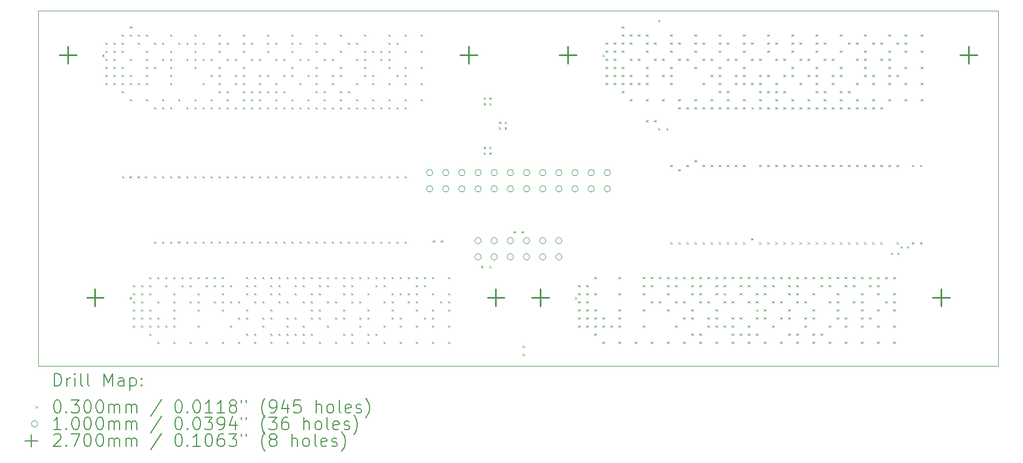
<source format=gbr>
%TF.GenerationSoftware,KiCad,Pcbnew,7.0.10*%
%TF.CreationDate,2024-12-17T00:04:27-07:00*%
%TF.ProjectId,DRXDaughterboard,44525844-6175-4676-9874-6572626f6172,1.1*%
%TF.SameCoordinates,Original*%
%TF.FileFunction,Drillmap*%
%TF.FilePolarity,Positive*%
%FSLAX45Y45*%
G04 Gerber Fmt 4.5, Leading zero omitted, Abs format (unit mm)*
G04 Created by KiCad (PCBNEW 7.0.10) date 2024-12-17 00:04:27*
%MOMM*%
%LPD*%
G01*
G04 APERTURE LIST*
%ADD10C,0.100000*%
%ADD11C,0.200000*%
%ADD12C,0.270000*%
G04 APERTURE END LIST*
D10*
X6675400Y-7018677D02*
X21767000Y-7018677D01*
X21767000Y-12593977D01*
X6675400Y-12593977D01*
X6675400Y-7018677D01*
D11*
D10*
X7683600Y-7702177D02*
X7713600Y-7732177D01*
X7713600Y-7702177D02*
X7683600Y-7732177D01*
X7735400Y-7638677D02*
X7765400Y-7668677D01*
X7765400Y-7638677D02*
X7735400Y-7668677D01*
X7735400Y-7765677D02*
X7765400Y-7795677D01*
X7765400Y-7765677D02*
X7735400Y-7795677D01*
X7735400Y-7892677D02*
X7765400Y-7922677D01*
X7765400Y-7892677D02*
X7735400Y-7922677D01*
X7735400Y-8019677D02*
X7765400Y-8049677D01*
X7765400Y-8019677D02*
X7735400Y-8049677D01*
X7735400Y-8146677D02*
X7765400Y-8176677D01*
X7765400Y-8146677D02*
X7735400Y-8176677D01*
X7735500Y-7511677D02*
X7765500Y-7541677D01*
X7765500Y-7511677D02*
X7735500Y-7541677D01*
X7862400Y-7511677D02*
X7892400Y-7541677D01*
X7892400Y-7511677D02*
X7862400Y-7541677D01*
X7862400Y-7638677D02*
X7892400Y-7668677D01*
X7892400Y-7638677D02*
X7862400Y-7668677D01*
X7862400Y-7765677D02*
X7892400Y-7795677D01*
X7892400Y-7765677D02*
X7862400Y-7795677D01*
X7862400Y-7892677D02*
X7892400Y-7922677D01*
X7892400Y-7892677D02*
X7862400Y-7922677D01*
X7862400Y-8019677D02*
X7892400Y-8049677D01*
X7892400Y-8019677D02*
X7862400Y-8049677D01*
X7862400Y-8146677D02*
X7892400Y-8176677D01*
X7892400Y-8146677D02*
X7862400Y-8176677D01*
X7989400Y-7384677D02*
X8019400Y-7414677D01*
X8019400Y-7384677D02*
X7989400Y-7414677D01*
X7989400Y-7638677D02*
X8019400Y-7668677D01*
X8019400Y-7638677D02*
X7989400Y-7668677D01*
X7989400Y-7892677D02*
X8019400Y-7922677D01*
X8019400Y-7892677D02*
X7989400Y-7922677D01*
X7989400Y-8019677D02*
X8019400Y-8049677D01*
X8019400Y-8019677D02*
X7989400Y-8049677D01*
X7989400Y-8146677D02*
X8019400Y-8176677D01*
X8019400Y-8146677D02*
X7989400Y-8176677D01*
X7989400Y-8273677D02*
X8019400Y-8303677D01*
X8019400Y-8273677D02*
X7989400Y-8303677D01*
X7989500Y-7511677D02*
X8019500Y-7541677D01*
X8019500Y-7511677D02*
X7989500Y-7541677D01*
X7998700Y-9611600D02*
X8028700Y-9641600D01*
X8028700Y-9611600D02*
X7998700Y-9641600D01*
X8113000Y-9611600D02*
X8143000Y-9641600D01*
X8143000Y-9611600D02*
X8113000Y-9641600D01*
X8115400Y-11512177D02*
X8145400Y-11542177D01*
X8145400Y-11512177D02*
X8115400Y-11542177D01*
X8116400Y-8400677D02*
X8146400Y-8430677D01*
X8146400Y-8400677D02*
X8116400Y-8430677D01*
X8116500Y-7384677D02*
X8146500Y-7414677D01*
X8146500Y-7384677D02*
X8116500Y-7414677D01*
X8116500Y-7765677D02*
X8146500Y-7795677D01*
X8146500Y-7765677D02*
X8116500Y-7795677D01*
X8116500Y-8019677D02*
X8146500Y-8049677D01*
X8146500Y-8019677D02*
X8116500Y-8049677D01*
X8116500Y-8146677D02*
X8146500Y-8176677D01*
X8146500Y-8146677D02*
X8116500Y-8176677D01*
X8118289Y-7256252D02*
X8148289Y-7286252D01*
X8148289Y-7256252D02*
X8118289Y-7286252D01*
X8166100Y-11448677D02*
X8196100Y-11478677D01*
X8196100Y-11448677D02*
X8166100Y-11478677D01*
X8166100Y-11575677D02*
X8196100Y-11605677D01*
X8196100Y-11575677D02*
X8166100Y-11605677D01*
X8166100Y-11702677D02*
X8196100Y-11732677D01*
X8196100Y-11702677D02*
X8166100Y-11732677D01*
X8166100Y-11829677D02*
X8196100Y-11859677D01*
X8196100Y-11829677D02*
X8166100Y-11859677D01*
X8166100Y-11956677D02*
X8196100Y-11986677D01*
X8196100Y-11956677D02*
X8166100Y-11986677D01*
X8166200Y-11321677D02*
X8196200Y-11351677D01*
X8196200Y-11321677D02*
X8166200Y-11351677D01*
X8240000Y-9611600D02*
X8270000Y-9641600D01*
X8270000Y-9611600D02*
X8240000Y-9641600D01*
X8243400Y-8146677D02*
X8273400Y-8176677D01*
X8273400Y-8146677D02*
X8243400Y-8176677D01*
X8243500Y-7384677D02*
X8273500Y-7414677D01*
X8273500Y-7384677D02*
X8243500Y-7414677D01*
X8243500Y-7511677D02*
X8273500Y-7541677D01*
X8273500Y-7511677D02*
X8243500Y-7541677D01*
X8293100Y-11321677D02*
X8323100Y-11351677D01*
X8323100Y-11321677D02*
X8293100Y-11351677D01*
X8293100Y-11448677D02*
X8323100Y-11478677D01*
X8323100Y-11448677D02*
X8293100Y-11478677D01*
X8293100Y-11575677D02*
X8323100Y-11605677D01*
X8323100Y-11575677D02*
X8293100Y-11605677D01*
X8293100Y-11702677D02*
X8323100Y-11732677D01*
X8323100Y-11702677D02*
X8293100Y-11732677D01*
X8293100Y-11829677D02*
X8323100Y-11859677D01*
X8323100Y-11829677D02*
X8293100Y-11859677D01*
X8293100Y-11956677D02*
X8323100Y-11986677D01*
X8323100Y-11956677D02*
X8293100Y-11986677D01*
X8354300Y-9611600D02*
X8384300Y-9641600D01*
X8384300Y-9611600D02*
X8354300Y-9641600D01*
X8370400Y-7384677D02*
X8400400Y-7414677D01*
X8400400Y-7384677D02*
X8370400Y-7414677D01*
X8370400Y-7638677D02*
X8400400Y-7668677D01*
X8400400Y-7638677D02*
X8370400Y-7668677D01*
X8370400Y-7892677D02*
X8400400Y-7922677D01*
X8400400Y-7892677D02*
X8370400Y-7922677D01*
X8370400Y-8019677D02*
X8400400Y-8049677D01*
X8400400Y-8019677D02*
X8370400Y-8049677D01*
X8370400Y-8146677D02*
X8400400Y-8176677D01*
X8400400Y-8146677D02*
X8370400Y-8176677D01*
X8370400Y-8400677D02*
X8400400Y-8430677D01*
X8400400Y-8400677D02*
X8370400Y-8430677D01*
X8370500Y-7765677D02*
X8400500Y-7795677D01*
X8400500Y-7765677D02*
X8370500Y-7795677D01*
X8420100Y-11194677D02*
X8450100Y-11224677D01*
X8450100Y-11194677D02*
X8420100Y-11224677D01*
X8420100Y-11448677D02*
X8450100Y-11478677D01*
X8450100Y-11448677D02*
X8420100Y-11478677D01*
X8420100Y-11702677D02*
X8450100Y-11732677D01*
X8450100Y-11702677D02*
X8420100Y-11732677D01*
X8420100Y-11829677D02*
X8450100Y-11859677D01*
X8450100Y-11829677D02*
X8420100Y-11859677D01*
X8420100Y-11956677D02*
X8450100Y-11986677D01*
X8450100Y-11956677D02*
X8420100Y-11986677D01*
X8420100Y-12083677D02*
X8450100Y-12113677D01*
X8450100Y-12083677D02*
X8420100Y-12113677D01*
X8420200Y-11321677D02*
X8450200Y-11351677D01*
X8450200Y-11321677D02*
X8420200Y-11351677D01*
X8496400Y-7511677D02*
X8526400Y-7541677D01*
X8526400Y-7511677D02*
X8496400Y-7541677D01*
X8496400Y-8527677D02*
X8526400Y-8557677D01*
X8526400Y-8527677D02*
X8496400Y-8557677D01*
X8496400Y-9611600D02*
X8526400Y-9641600D01*
X8526400Y-9611600D02*
X8496400Y-9641600D01*
X8496400Y-10635877D02*
X8526400Y-10665877D01*
X8526400Y-10635877D02*
X8496400Y-10665877D01*
X8497500Y-7892677D02*
X8527500Y-7922677D01*
X8527500Y-7892677D02*
X8497500Y-7922677D01*
X8547100Y-12210677D02*
X8577100Y-12240677D01*
X8577100Y-12210677D02*
X8547100Y-12240677D01*
X8547200Y-11194677D02*
X8577200Y-11224677D01*
X8577200Y-11194677D02*
X8547200Y-11224677D01*
X8547200Y-11575677D02*
X8577200Y-11605677D01*
X8577200Y-11575677D02*
X8547200Y-11605677D01*
X8547200Y-11829677D02*
X8577200Y-11859677D01*
X8577200Y-11829677D02*
X8547200Y-11859677D01*
X8547200Y-11956677D02*
X8577200Y-11986677D01*
X8577200Y-11956677D02*
X8547200Y-11986677D01*
X8623400Y-7511677D02*
X8653400Y-7541677D01*
X8653400Y-7511677D02*
X8623400Y-7541677D01*
X8623400Y-7765677D02*
X8653400Y-7795677D01*
X8653400Y-7765677D02*
X8623400Y-7795677D01*
X8623400Y-8527677D02*
X8653400Y-8557677D01*
X8653400Y-8527677D02*
X8623400Y-8557677D01*
X8623400Y-9611600D02*
X8653400Y-9641600D01*
X8653400Y-9611600D02*
X8623400Y-9641600D01*
X8623400Y-10635877D02*
X8653400Y-10665877D01*
X8653400Y-10635877D02*
X8623400Y-10665877D01*
X8624400Y-8400677D02*
X8654400Y-8430677D01*
X8654400Y-8400677D02*
X8624400Y-8430677D01*
X8674100Y-11956677D02*
X8704100Y-11986677D01*
X8704100Y-11956677D02*
X8674100Y-11986677D01*
X8674200Y-11194677D02*
X8704200Y-11224677D01*
X8704200Y-11194677D02*
X8674200Y-11224677D01*
X8674200Y-11321677D02*
X8704200Y-11351677D01*
X8704200Y-11321677D02*
X8674200Y-11351677D01*
X8750400Y-7765677D02*
X8780400Y-7795677D01*
X8780400Y-7765677D02*
X8750400Y-7795677D01*
X8750400Y-8527677D02*
X8780400Y-8557677D01*
X8780400Y-8527677D02*
X8750400Y-8557677D01*
X8750400Y-9611600D02*
X8780400Y-9641600D01*
X8780400Y-9611600D02*
X8750400Y-9641600D01*
X8750400Y-10635877D02*
X8780400Y-10665877D01*
X8780400Y-10635877D02*
X8750400Y-10665877D01*
X8751400Y-7384677D02*
X8781400Y-7414677D01*
X8781400Y-7384677D02*
X8751400Y-7414677D01*
X8751400Y-7638677D02*
X8781400Y-7668677D01*
X8781400Y-7638677D02*
X8751400Y-7668677D01*
X8751400Y-7892677D02*
X8781400Y-7922677D01*
X8781400Y-7892677D02*
X8751400Y-7922677D01*
X8751400Y-8146677D02*
X8781400Y-8176677D01*
X8781400Y-8146677D02*
X8751400Y-8176677D01*
X8751500Y-8019677D02*
X8781500Y-8049677D01*
X8781500Y-8019677D02*
X8751500Y-8049677D01*
X8801100Y-11194677D02*
X8831100Y-11224677D01*
X8831100Y-11194677D02*
X8801100Y-11224677D01*
X8801100Y-11448677D02*
X8831100Y-11478677D01*
X8831100Y-11448677D02*
X8801100Y-11478677D01*
X8801100Y-11702677D02*
X8831100Y-11732677D01*
X8831100Y-11702677D02*
X8801100Y-11732677D01*
X8801100Y-11829677D02*
X8831100Y-11859677D01*
X8831100Y-11829677D02*
X8801100Y-11859677D01*
X8801100Y-11956677D02*
X8831100Y-11986677D01*
X8831100Y-11956677D02*
X8801100Y-11986677D01*
X8801100Y-12210677D02*
X8831100Y-12240677D01*
X8831100Y-12210677D02*
X8801100Y-12240677D01*
X8801200Y-11575677D02*
X8831200Y-11605677D01*
X8831200Y-11575677D02*
X8801200Y-11605677D01*
X8875000Y-9611600D02*
X8905000Y-9641600D01*
X8905000Y-9611600D02*
X8875000Y-9641600D01*
X8875000Y-10635877D02*
X8905000Y-10665877D01*
X8905000Y-10635877D02*
X8875000Y-10665877D01*
X8877400Y-7511677D02*
X8907400Y-7541677D01*
X8907400Y-7511677D02*
X8877400Y-7541677D01*
X8878400Y-8400677D02*
X8908400Y-8430677D01*
X8908400Y-8400677D02*
X8878400Y-8430677D01*
X8928200Y-11194677D02*
X8958200Y-11224677D01*
X8958200Y-11194677D02*
X8928200Y-11224677D01*
X8928200Y-11321677D02*
X8958200Y-11351677D01*
X8958200Y-11321677D02*
X8928200Y-11351677D01*
X9004400Y-7511677D02*
X9034400Y-7541677D01*
X9034400Y-7511677D02*
X9004400Y-7541677D01*
X9004400Y-8527677D02*
X9034400Y-8557677D01*
X9034400Y-8527677D02*
X9004400Y-8557677D01*
X9004400Y-9611600D02*
X9034400Y-9641600D01*
X9034400Y-9611600D02*
X9004400Y-9641600D01*
X9004400Y-10635877D02*
X9034400Y-10665877D01*
X9034400Y-10635877D02*
X9004400Y-10665877D01*
X9005500Y-7765677D02*
X9035500Y-7795677D01*
X9035500Y-7765677D02*
X9005500Y-7795677D01*
X9055100Y-12210677D02*
X9085100Y-12240677D01*
X9085100Y-12210677D02*
X9055100Y-12240677D01*
X9055200Y-11194677D02*
X9085200Y-11224677D01*
X9085200Y-11194677D02*
X9055200Y-11224677D01*
X9055200Y-11321677D02*
X9085200Y-11351677D01*
X9085200Y-11321677D02*
X9055200Y-11351677D01*
X9055200Y-11575677D02*
X9085200Y-11605677D01*
X9085200Y-11575677D02*
X9055200Y-11605677D01*
X9131400Y-8527677D02*
X9161400Y-8557677D01*
X9161400Y-8527677D02*
X9131400Y-8557677D01*
X9131400Y-9611600D02*
X9161400Y-9641600D01*
X9161400Y-9611600D02*
X9131400Y-9641600D01*
X9131400Y-10635877D02*
X9161400Y-10665877D01*
X9161400Y-10635877D02*
X9131400Y-10665877D01*
X9132400Y-7384677D02*
X9162400Y-7414677D01*
X9162400Y-7384677D02*
X9132400Y-7414677D01*
X9132400Y-7638677D02*
X9162400Y-7668677D01*
X9162400Y-7638677D02*
X9132400Y-7668677D01*
X9132400Y-7892677D02*
X9162400Y-7922677D01*
X9162400Y-7892677D02*
X9132400Y-7922677D01*
X9132400Y-8400677D02*
X9162400Y-8430677D01*
X9162400Y-8400677D02*
X9132400Y-8430677D01*
X9132500Y-7511677D02*
X9162500Y-7541677D01*
X9162500Y-7511677D02*
X9132500Y-7541677D01*
X9132500Y-7765677D02*
X9162500Y-7795677D01*
X9162500Y-7765677D02*
X9132500Y-7795677D01*
X9182100Y-11194677D02*
X9212100Y-11224677D01*
X9212100Y-11194677D02*
X9182100Y-11224677D01*
X9182100Y-11448677D02*
X9212100Y-11478677D01*
X9212100Y-11448677D02*
X9182100Y-11478677D01*
X9182100Y-11702677D02*
X9212100Y-11732677D01*
X9212100Y-11702677D02*
X9182100Y-11732677D01*
X9182100Y-11956677D02*
X9212100Y-11986677D01*
X9212100Y-11956677D02*
X9182100Y-11986677D01*
X9182200Y-11575677D02*
X9212200Y-11605677D01*
X9212200Y-11575677D02*
X9182200Y-11605677D01*
X9258400Y-8527677D02*
X9288400Y-8557677D01*
X9288400Y-8527677D02*
X9258400Y-8557677D01*
X9258400Y-9611600D02*
X9288400Y-9641600D01*
X9288400Y-9611600D02*
X9258400Y-9641600D01*
X9258400Y-10635877D02*
X9288400Y-10665877D01*
X9288400Y-10635877D02*
X9258400Y-10665877D01*
X9259400Y-8146677D02*
X9289400Y-8176677D01*
X9289400Y-8146677D02*
X9259400Y-8176677D01*
X9259500Y-7511677D02*
X9289500Y-7541677D01*
X9289500Y-7511677D02*
X9259500Y-7541677D01*
X9259500Y-7765677D02*
X9289500Y-7795677D01*
X9289500Y-7765677D02*
X9259500Y-7795677D01*
X9309100Y-12210677D02*
X9339100Y-12240677D01*
X9339100Y-12210677D02*
X9309100Y-12240677D01*
X9309200Y-11194677D02*
X9339200Y-11224677D01*
X9339200Y-11194677D02*
X9309200Y-11224677D01*
X9309200Y-11321677D02*
X9339200Y-11351677D01*
X9339200Y-11321677D02*
X9309200Y-11351677D01*
X9385400Y-8527677D02*
X9415400Y-8557677D01*
X9415400Y-8527677D02*
X9385400Y-8557677D01*
X9385400Y-9611600D02*
X9415400Y-9641600D01*
X9415400Y-9611600D02*
X9385400Y-9641600D01*
X9385400Y-10635877D02*
X9415400Y-10665877D01*
X9415400Y-10635877D02*
X9385400Y-10665877D01*
X9386400Y-8400677D02*
X9416400Y-8430677D01*
X9416400Y-8400677D02*
X9386400Y-8430677D01*
X9386500Y-7765677D02*
X9416500Y-7795677D01*
X9416500Y-7765677D02*
X9386500Y-7795677D01*
X9386500Y-8019677D02*
X9416500Y-8049677D01*
X9416500Y-8019677D02*
X9386500Y-8049677D01*
X9436200Y-11194677D02*
X9466200Y-11224677D01*
X9466200Y-11194677D02*
X9436200Y-11224677D01*
X9436200Y-11321677D02*
X9466200Y-11351677D01*
X9466200Y-11321677D02*
X9436200Y-11351677D01*
X9436200Y-11575677D02*
X9466200Y-11605677D01*
X9466200Y-11575677D02*
X9436200Y-11605677D01*
X9512400Y-8146677D02*
X9542400Y-8176677D01*
X9542400Y-8146677D02*
X9512400Y-8176677D01*
X9512400Y-8527677D02*
X9542400Y-8557677D01*
X9542400Y-8527677D02*
X9512400Y-8557677D01*
X9512400Y-9611600D02*
X9542400Y-9641600D01*
X9542400Y-9611600D02*
X9512400Y-9641600D01*
X9512400Y-10635877D02*
X9542400Y-10665877D01*
X9542400Y-10635877D02*
X9512400Y-10665877D01*
X9513400Y-7384677D02*
X9543400Y-7414677D01*
X9543400Y-7384677D02*
X9513400Y-7414677D01*
X9513400Y-7638677D02*
X9543400Y-7668677D01*
X9543400Y-7638677D02*
X9513400Y-7668677D01*
X9513400Y-7892677D02*
X9543400Y-7922677D01*
X9543400Y-7892677D02*
X9513400Y-7922677D01*
X9513500Y-7511677D02*
X9543500Y-7541677D01*
X9543500Y-7511677D02*
X9513500Y-7541677D01*
X9513500Y-8019677D02*
X9543500Y-8049677D01*
X9543500Y-8019677D02*
X9513500Y-8049677D01*
X9513500Y-8273677D02*
X9543500Y-8303677D01*
X9543500Y-8273677D02*
X9513500Y-8303677D01*
X9563100Y-11194677D02*
X9593100Y-11224677D01*
X9593100Y-11194677D02*
X9563100Y-11224677D01*
X9563100Y-11448677D02*
X9593100Y-11478677D01*
X9593100Y-11448677D02*
X9563100Y-11478677D01*
X9563100Y-11702677D02*
X9593100Y-11732677D01*
X9593100Y-11702677D02*
X9563100Y-11732677D01*
X9563100Y-12210677D02*
X9593100Y-12240677D01*
X9593100Y-12210677D02*
X9563100Y-12240677D01*
X9563200Y-11321677D02*
X9593200Y-11351677D01*
X9593200Y-11321677D02*
X9563200Y-11351677D01*
X9563200Y-11575677D02*
X9593200Y-11605677D01*
X9593200Y-11575677D02*
X9563200Y-11605677D01*
X9639400Y-8527677D02*
X9669400Y-8557677D01*
X9669400Y-8527677D02*
X9639400Y-8557677D01*
X9639400Y-9611600D02*
X9669400Y-9641600D01*
X9669400Y-9611600D02*
X9639400Y-9641600D01*
X9639400Y-10635877D02*
X9669400Y-10665877D01*
X9669400Y-10635877D02*
X9639400Y-10665877D01*
X9640400Y-8400677D02*
X9670400Y-8430677D01*
X9670400Y-8400677D02*
X9640400Y-8430677D01*
X9640500Y-7511677D02*
X9670500Y-7541677D01*
X9670500Y-7511677D02*
X9640500Y-7541677D01*
X9640500Y-7765677D02*
X9670500Y-7795677D01*
X9670500Y-7765677D02*
X9640500Y-7795677D01*
X9640500Y-8273677D02*
X9670500Y-8303677D01*
X9670500Y-8273677D02*
X9640500Y-8303677D01*
X9690100Y-11956677D02*
X9720100Y-11986677D01*
X9720100Y-11956677D02*
X9690100Y-11986677D01*
X9690200Y-11321677D02*
X9720200Y-11351677D01*
X9720200Y-11321677D02*
X9690200Y-11351677D01*
X9690200Y-11575677D02*
X9720200Y-11605677D01*
X9720200Y-11575677D02*
X9690200Y-11605677D01*
X9766400Y-8527677D02*
X9796400Y-8557677D01*
X9796400Y-8527677D02*
X9766400Y-8557677D01*
X9766400Y-9611600D02*
X9796400Y-9641600D01*
X9796400Y-9611600D02*
X9766400Y-9641600D01*
X9766400Y-10635877D02*
X9796400Y-10665877D01*
X9796400Y-10635877D02*
X9766400Y-10665877D01*
X9767400Y-8146677D02*
X9797400Y-8176677D01*
X9797400Y-8146677D02*
X9767400Y-8176677D01*
X9767500Y-7765677D02*
X9797500Y-7795677D01*
X9797500Y-7765677D02*
X9767500Y-7795677D01*
X9767500Y-8019677D02*
X9797500Y-8049677D01*
X9797500Y-8019677D02*
X9767500Y-8049677D01*
X9817100Y-12210677D02*
X9847100Y-12240677D01*
X9847100Y-12210677D02*
X9817100Y-12240677D01*
X9817200Y-11575677D02*
X9847200Y-11605677D01*
X9847200Y-11575677D02*
X9817200Y-11605677D01*
X9817200Y-11829677D02*
X9847200Y-11859677D01*
X9847200Y-11829677D02*
X9817200Y-11859677D01*
X9893400Y-8146677D02*
X9923400Y-8176677D01*
X9923400Y-8146677D02*
X9893400Y-8176677D01*
X9893400Y-8527677D02*
X9923400Y-8557677D01*
X9923400Y-8527677D02*
X9893400Y-8557677D01*
X9893400Y-9611600D02*
X9923400Y-9641600D01*
X9923400Y-9611600D02*
X9893400Y-9641600D01*
X9893400Y-10635877D02*
X9923400Y-10665877D01*
X9923400Y-10635877D02*
X9893400Y-10665877D01*
X9894400Y-7384677D02*
X9924400Y-7414677D01*
X9924400Y-7384677D02*
X9894400Y-7414677D01*
X9894400Y-7638677D02*
X9924400Y-7668677D01*
X9924400Y-7638677D02*
X9894400Y-7668677D01*
X9894400Y-7892677D02*
X9924400Y-7922677D01*
X9924400Y-7892677D02*
X9894400Y-7922677D01*
X9894400Y-8400677D02*
X9924400Y-8430677D01*
X9924400Y-8400677D02*
X9894400Y-8430677D01*
X9894500Y-7511677D02*
X9924500Y-7541677D01*
X9924500Y-7511677D02*
X9894500Y-7541677D01*
X9894500Y-8019677D02*
X9924500Y-8049677D01*
X9924500Y-8019677D02*
X9894500Y-8049677D01*
X9894500Y-8273677D02*
X9924500Y-8303677D01*
X9924500Y-8273677D02*
X9894500Y-8303677D01*
X9944100Y-11194677D02*
X9974100Y-11224677D01*
X9974100Y-11194677D02*
X9944100Y-11224677D01*
X9944100Y-11448677D02*
X9974100Y-11478677D01*
X9974100Y-11448677D02*
X9944100Y-11478677D01*
X9944100Y-11702677D02*
X9974100Y-11732677D01*
X9974100Y-11702677D02*
X9944100Y-11732677D01*
X9944200Y-11321677D02*
X9974200Y-11351677D01*
X9974200Y-11321677D02*
X9944200Y-11351677D01*
X9944200Y-11829677D02*
X9974200Y-11859677D01*
X9974200Y-11829677D02*
X9944200Y-11859677D01*
X9944200Y-12083677D02*
X9974200Y-12113677D01*
X9974200Y-12083677D02*
X9944200Y-12113677D01*
X10020400Y-8400677D02*
X10050400Y-8430677D01*
X10050400Y-8400677D02*
X10020400Y-8430677D01*
X10020400Y-8527677D02*
X10050400Y-8557677D01*
X10050400Y-8527677D02*
X10020400Y-8557677D01*
X10020400Y-9611600D02*
X10050400Y-9641600D01*
X10050400Y-9611600D02*
X10020400Y-9641600D01*
X10020400Y-10635877D02*
X10050400Y-10665877D01*
X10050400Y-10635877D02*
X10020400Y-10665877D01*
X10021500Y-7511677D02*
X10051500Y-7541677D01*
X10051500Y-7511677D02*
X10021500Y-7541677D01*
X10021500Y-7765677D02*
X10051500Y-7795677D01*
X10051500Y-7765677D02*
X10021500Y-7795677D01*
X10021500Y-8273677D02*
X10051500Y-8303677D01*
X10051500Y-8273677D02*
X10021500Y-8303677D01*
X10071100Y-12210677D02*
X10101100Y-12240677D01*
X10101100Y-12210677D02*
X10071100Y-12240677D01*
X10071200Y-11194677D02*
X10101200Y-11224677D01*
X10101200Y-11194677D02*
X10071200Y-11224677D01*
X10071200Y-11321677D02*
X10101200Y-11351677D01*
X10101200Y-11321677D02*
X10071200Y-11351677D01*
X10071200Y-11448677D02*
X10101200Y-11478677D01*
X10101200Y-11448677D02*
X10071200Y-11478677D01*
X10071200Y-11575677D02*
X10101200Y-11605677D01*
X10101200Y-11575677D02*
X10071200Y-11605677D01*
X10071200Y-12083677D02*
X10101200Y-12113677D01*
X10101200Y-12083677D02*
X10071200Y-12113677D01*
X10147400Y-8527677D02*
X10177400Y-8557677D01*
X10177400Y-8527677D02*
X10147400Y-8557677D01*
X10147400Y-9611600D02*
X10177400Y-9641600D01*
X10177400Y-9611600D02*
X10147400Y-9641600D01*
X10147400Y-10635877D02*
X10177400Y-10665877D01*
X10177400Y-10635877D02*
X10147400Y-10665877D01*
X10148400Y-8146677D02*
X10178400Y-8176677D01*
X10178400Y-8146677D02*
X10148400Y-8176677D01*
X10148400Y-8400677D02*
X10178400Y-8430677D01*
X10178400Y-8400677D02*
X10148400Y-8430677D01*
X10148500Y-7765677D02*
X10178500Y-7795677D01*
X10178500Y-7765677D02*
X10148500Y-7795677D01*
X10148500Y-8019677D02*
X10178500Y-8049677D01*
X10178500Y-8019677D02*
X10148500Y-8049677D01*
X10148500Y-8273677D02*
X10178500Y-8303677D01*
X10178500Y-8273677D02*
X10148500Y-8303677D01*
X10198100Y-11956677D02*
X10228100Y-11986677D01*
X10228100Y-11956677D02*
X10198100Y-11986677D01*
X10198200Y-11194677D02*
X10228200Y-11224677D01*
X10228200Y-11194677D02*
X10198200Y-11224677D01*
X10198200Y-11575677D02*
X10228200Y-11605677D01*
X10228200Y-11575677D02*
X10198200Y-11605677D01*
X10198200Y-11829677D02*
X10228200Y-11859677D01*
X10228200Y-11829677D02*
X10198200Y-11859677D01*
X10274400Y-8527677D02*
X10304400Y-8557677D01*
X10304400Y-8527677D02*
X10274400Y-8557677D01*
X10274400Y-9611600D02*
X10304400Y-9641600D01*
X10304400Y-9611600D02*
X10274400Y-9641600D01*
X10274400Y-10635877D02*
X10304400Y-10665877D01*
X10304400Y-10635877D02*
X10274400Y-10665877D01*
X10275400Y-7384677D02*
X10305400Y-7414677D01*
X10305400Y-7384677D02*
X10275400Y-7414677D01*
X10275400Y-7638677D02*
X10305400Y-7668677D01*
X10305400Y-7638677D02*
X10275400Y-7668677D01*
X10275500Y-7511677D02*
X10305500Y-7541677D01*
X10305500Y-7511677D02*
X10275500Y-7541677D01*
X10275500Y-8019677D02*
X10305500Y-8049677D01*
X10305500Y-8019677D02*
X10275500Y-8049677D01*
X10275500Y-8273677D02*
X10305500Y-8303677D01*
X10305500Y-8273677D02*
X10275500Y-8303677D01*
X10325100Y-11194677D02*
X10355100Y-11224677D01*
X10355100Y-11194677D02*
X10325100Y-11224677D01*
X10325100Y-11448677D02*
X10355100Y-11478677D01*
X10355100Y-11448677D02*
X10325100Y-11478677D01*
X10325100Y-11702677D02*
X10355100Y-11732677D01*
X10355100Y-11702677D02*
X10325100Y-11732677D01*
X10325100Y-12210677D02*
X10355100Y-12240677D01*
X10355100Y-12210677D02*
X10325100Y-12240677D01*
X10325200Y-11321677D02*
X10355200Y-11351677D01*
X10355200Y-11321677D02*
X10325200Y-11351677D01*
X10325200Y-11829677D02*
X10355200Y-11859677D01*
X10355200Y-11829677D02*
X10325200Y-11859677D01*
X10325200Y-12083677D02*
X10355200Y-12113677D01*
X10355200Y-12083677D02*
X10325200Y-12113677D01*
X10401400Y-8527677D02*
X10431400Y-8557677D01*
X10431400Y-8527677D02*
X10401400Y-8557677D01*
X10401400Y-9611600D02*
X10431400Y-9641600D01*
X10431400Y-9611600D02*
X10401400Y-9641600D01*
X10401400Y-10635877D02*
X10431400Y-10665877D01*
X10431400Y-10635877D02*
X10401400Y-10665877D01*
X10402400Y-8146677D02*
X10432400Y-8176677D01*
X10432400Y-8146677D02*
X10402400Y-8176677D01*
X10402400Y-8400677D02*
X10432400Y-8430677D01*
X10432400Y-8400677D02*
X10402400Y-8430677D01*
X10402500Y-7511677D02*
X10432500Y-7541677D01*
X10432500Y-7511677D02*
X10402500Y-7541677D01*
X10402500Y-7765677D02*
X10432500Y-7795677D01*
X10432500Y-7765677D02*
X10402500Y-7795677D01*
X10402500Y-8273677D02*
X10432500Y-8303677D01*
X10432500Y-8273677D02*
X10402500Y-8303677D01*
X10452200Y-11194677D02*
X10482200Y-11224677D01*
X10482200Y-11194677D02*
X10452200Y-11224677D01*
X10452200Y-11321677D02*
X10482200Y-11351677D01*
X10482200Y-11321677D02*
X10452200Y-11351677D01*
X10452200Y-11448677D02*
X10482200Y-11478677D01*
X10482200Y-11448677D02*
X10452200Y-11478677D01*
X10452200Y-11575677D02*
X10482200Y-11605677D01*
X10482200Y-11575677D02*
X10452200Y-11605677D01*
X10452200Y-12083677D02*
X10482200Y-12113677D01*
X10482200Y-12083677D02*
X10452200Y-12113677D01*
X10528400Y-8527677D02*
X10558400Y-8557677D01*
X10558400Y-8527677D02*
X10528400Y-8557677D01*
X10528400Y-9611600D02*
X10558400Y-9641600D01*
X10558400Y-9611600D02*
X10528400Y-9641600D01*
X10528400Y-10635877D02*
X10558400Y-10665877D01*
X10558400Y-10635877D02*
X10528400Y-10665877D01*
X10529500Y-7765677D02*
X10559500Y-7795677D01*
X10559500Y-7765677D02*
X10529500Y-7795677D01*
X10529500Y-8019677D02*
X10559500Y-8049677D01*
X10559500Y-8019677D02*
X10529500Y-8049677D01*
X10529500Y-8273677D02*
X10559500Y-8303677D01*
X10559500Y-8273677D02*
X10529500Y-8303677D01*
X10579100Y-11956677D02*
X10609100Y-11986677D01*
X10609100Y-11956677D02*
X10579100Y-11986677D01*
X10579100Y-12210677D02*
X10609100Y-12240677D01*
X10609100Y-12210677D02*
X10579100Y-12240677D01*
X10579200Y-11194677D02*
X10609200Y-11224677D01*
X10609200Y-11194677D02*
X10579200Y-11224677D01*
X10579200Y-11575677D02*
X10609200Y-11605677D01*
X10609200Y-11575677D02*
X10579200Y-11605677D01*
X10579200Y-11829677D02*
X10609200Y-11859677D01*
X10609200Y-11829677D02*
X10579200Y-11859677D01*
X10579200Y-12083677D02*
X10609200Y-12113677D01*
X10609200Y-12083677D02*
X10579200Y-12113677D01*
X10655400Y-8527677D02*
X10685400Y-8557677D01*
X10685400Y-8527677D02*
X10655400Y-8557677D01*
X10655400Y-9611600D02*
X10685400Y-9641600D01*
X10685400Y-9611600D02*
X10655400Y-9641600D01*
X10655400Y-10635877D02*
X10685400Y-10665877D01*
X10685400Y-10635877D02*
X10655400Y-10665877D01*
X10656400Y-7384677D02*
X10686400Y-7414677D01*
X10686400Y-7384677D02*
X10656400Y-7414677D01*
X10656400Y-7638677D02*
X10686400Y-7668677D01*
X10686400Y-7638677D02*
X10656400Y-7668677D01*
X10656400Y-7892677D02*
X10686400Y-7922677D01*
X10686400Y-7892677D02*
X10656400Y-7922677D01*
X10656400Y-8400677D02*
X10686400Y-8430677D01*
X10686400Y-8400677D02*
X10656400Y-8430677D01*
X10656500Y-7511677D02*
X10686500Y-7541677D01*
X10686500Y-7511677D02*
X10656500Y-7541677D01*
X10656500Y-8019677D02*
X10686500Y-8049677D01*
X10686500Y-8019677D02*
X10656500Y-8049677D01*
X10706100Y-11194677D02*
X10736100Y-11224677D01*
X10736100Y-11194677D02*
X10706100Y-11224677D01*
X10706100Y-11448677D02*
X10736100Y-11478677D01*
X10736100Y-11448677D02*
X10706100Y-11478677D01*
X10706200Y-11321677D02*
X10736200Y-11351677D01*
X10736200Y-11321677D02*
X10706200Y-11351677D01*
X10706200Y-11829677D02*
X10736200Y-11859677D01*
X10736200Y-11829677D02*
X10706200Y-11859677D01*
X10706200Y-12083677D02*
X10736200Y-12113677D01*
X10736200Y-12083677D02*
X10706200Y-12113677D01*
X10782400Y-8527677D02*
X10812400Y-8557677D01*
X10812400Y-8527677D02*
X10782400Y-8557677D01*
X10782400Y-9611600D02*
X10812400Y-9641600D01*
X10812400Y-9611600D02*
X10782400Y-9641600D01*
X10782400Y-10635877D02*
X10812400Y-10665877D01*
X10812400Y-10635877D02*
X10782400Y-10665877D01*
X10783400Y-8146677D02*
X10813400Y-8176677D01*
X10813400Y-8146677D02*
X10783400Y-8176677D01*
X10783500Y-7511677D02*
X10813500Y-7541677D01*
X10813500Y-7511677D02*
X10783500Y-7541677D01*
X10783500Y-7765677D02*
X10813500Y-7795677D01*
X10813500Y-7765677D02*
X10783500Y-7795677D01*
X10833100Y-11956677D02*
X10863100Y-11986677D01*
X10863100Y-11956677D02*
X10833100Y-11986677D01*
X10833100Y-12210677D02*
X10863100Y-12240677D01*
X10863100Y-12210677D02*
X10833100Y-12240677D01*
X10833200Y-11194677D02*
X10863200Y-11224677D01*
X10863200Y-11194677D02*
X10833200Y-11224677D01*
X10833200Y-11321677D02*
X10863200Y-11351677D01*
X10863200Y-11321677D02*
X10833200Y-11351677D01*
X10833200Y-11575677D02*
X10863200Y-11605677D01*
X10863200Y-11575677D02*
X10833200Y-11605677D01*
X10833200Y-12083677D02*
X10863200Y-12113677D01*
X10863200Y-12083677D02*
X10833200Y-12113677D01*
X10909400Y-8527677D02*
X10939400Y-8557677D01*
X10939400Y-8527677D02*
X10909400Y-8557677D01*
X10909400Y-9611600D02*
X10939400Y-9641600D01*
X10939400Y-9611600D02*
X10909400Y-9641600D01*
X10909400Y-10635877D02*
X10939400Y-10665877D01*
X10939400Y-10635877D02*
X10909400Y-10665877D01*
X10910400Y-8400677D02*
X10940400Y-8430677D01*
X10940400Y-8400677D02*
X10910400Y-8430677D01*
X10910500Y-7765677D02*
X10940500Y-7795677D01*
X10940500Y-7765677D02*
X10910500Y-7795677D01*
X10910500Y-8019677D02*
X10940500Y-8049677D01*
X10940500Y-8019677D02*
X10910500Y-8049677D01*
X10960200Y-11194677D02*
X10990200Y-11224677D01*
X10990200Y-11194677D02*
X10960200Y-11224677D01*
X10960200Y-11448677D02*
X10990200Y-11478677D01*
X10990200Y-11448677D02*
X10960200Y-11478677D01*
X10960200Y-11575677D02*
X10990200Y-11605677D01*
X10990200Y-11575677D02*
X10960200Y-11605677D01*
X10960200Y-11702677D02*
X10990200Y-11732677D01*
X10990200Y-11702677D02*
X10960200Y-11732677D01*
X10960200Y-11829677D02*
X10990200Y-11859677D01*
X10990200Y-11829677D02*
X10960200Y-11859677D01*
X10960200Y-12083694D02*
X10990200Y-12113694D01*
X10990200Y-12083694D02*
X10960200Y-12113694D01*
X11036400Y-8146677D02*
X11066400Y-8176677D01*
X11066400Y-8146677D02*
X11036400Y-8176677D01*
X11036400Y-8527677D02*
X11066400Y-8557677D01*
X11066400Y-8527677D02*
X11036400Y-8557677D01*
X11036400Y-9611600D02*
X11066400Y-9641600D01*
X11066400Y-9611600D02*
X11036400Y-9641600D01*
X11036400Y-10635877D02*
X11066400Y-10665877D01*
X11066400Y-10635877D02*
X11036400Y-10665877D01*
X11037400Y-7384677D02*
X11067400Y-7414677D01*
X11067400Y-7384677D02*
X11037400Y-7414677D01*
X11037400Y-7638677D02*
X11067400Y-7668677D01*
X11067400Y-7638677D02*
X11037400Y-7668677D01*
X11037400Y-7892677D02*
X11067400Y-7922677D01*
X11067400Y-7892677D02*
X11037400Y-7922677D01*
X11037500Y-7511677D02*
X11067500Y-7541677D01*
X11067500Y-7511677D02*
X11037500Y-7541677D01*
X11037500Y-8019677D02*
X11067500Y-8049677D01*
X11067500Y-8019677D02*
X11037500Y-8049677D01*
X11037500Y-8273677D02*
X11067500Y-8303677D01*
X11067500Y-8273677D02*
X11037500Y-8303677D01*
X11087100Y-11194677D02*
X11117100Y-11224677D01*
X11117100Y-11194677D02*
X11087100Y-11224677D01*
X11087100Y-11448677D02*
X11117100Y-11478677D01*
X11117100Y-11448677D02*
X11087100Y-11478677D01*
X11087100Y-11702677D02*
X11117100Y-11732677D01*
X11117100Y-11702677D02*
X11087100Y-11732677D01*
X11087100Y-12210677D02*
X11117100Y-12240677D01*
X11117100Y-12210677D02*
X11087100Y-12240677D01*
X11087200Y-11321677D02*
X11117200Y-11351677D01*
X11117200Y-11321677D02*
X11087200Y-11351677D01*
X11087200Y-11829677D02*
X11117200Y-11859677D01*
X11117200Y-11829677D02*
X11087200Y-11859677D01*
X11163400Y-8527677D02*
X11193400Y-8557677D01*
X11193400Y-8527677D02*
X11163400Y-8557677D01*
X11163400Y-9611600D02*
X11193400Y-9641600D01*
X11193400Y-9611600D02*
X11163400Y-9641600D01*
X11163400Y-10635877D02*
X11193400Y-10665877D01*
X11193400Y-10635877D02*
X11163400Y-10665877D01*
X11164400Y-8400677D02*
X11194400Y-8430677D01*
X11194400Y-8400677D02*
X11164400Y-8430677D01*
X11164500Y-7511677D02*
X11194500Y-7541677D01*
X11194500Y-7511677D02*
X11164500Y-7541677D01*
X11164500Y-7765677D02*
X11194500Y-7795677D01*
X11194500Y-7765677D02*
X11164500Y-7795677D01*
X11164500Y-8273677D02*
X11194500Y-8303677D01*
X11194500Y-8273677D02*
X11164500Y-8303677D01*
X11214100Y-11956677D02*
X11244100Y-11986677D01*
X11244100Y-11956677D02*
X11214100Y-11986677D01*
X11214200Y-11194677D02*
X11244200Y-11224677D01*
X11244200Y-11194677D02*
X11214200Y-11224677D01*
X11214200Y-11321677D02*
X11244200Y-11351677D01*
X11244200Y-11321677D02*
X11214200Y-11351677D01*
X11214200Y-11575677D02*
X11244200Y-11605677D01*
X11244200Y-11575677D02*
X11214200Y-11605677D01*
X11290400Y-8527677D02*
X11320400Y-8557677D01*
X11320400Y-8527677D02*
X11290400Y-8557677D01*
X11290400Y-9611600D02*
X11320400Y-9641600D01*
X11320400Y-9611600D02*
X11290400Y-9641600D01*
X11290400Y-10635877D02*
X11320400Y-10665877D01*
X11320400Y-10635877D02*
X11290400Y-10665877D01*
X11291400Y-8146677D02*
X11321400Y-8176677D01*
X11321400Y-8146677D02*
X11291400Y-8176677D01*
X11291500Y-7765677D02*
X11321500Y-7795677D01*
X11321500Y-7765677D02*
X11291500Y-7795677D01*
X11291500Y-8019677D02*
X11321500Y-8049677D01*
X11321500Y-8019677D02*
X11291500Y-8049677D01*
X11341100Y-12210677D02*
X11371100Y-12240677D01*
X11371100Y-12210677D02*
X11341100Y-12240677D01*
X11341200Y-11194677D02*
X11371200Y-11224677D01*
X11371200Y-11194677D02*
X11341200Y-11224677D01*
X11341200Y-11575677D02*
X11371200Y-11605677D01*
X11371200Y-11575677D02*
X11341200Y-11605677D01*
X11341200Y-11829677D02*
X11371200Y-11859677D01*
X11371200Y-11829677D02*
X11341200Y-11859677D01*
X11417400Y-8527677D02*
X11447400Y-8557677D01*
X11447400Y-8527677D02*
X11417400Y-8557677D01*
X11417400Y-9611600D02*
X11447400Y-9641600D01*
X11447400Y-9611600D02*
X11417400Y-9641600D01*
X11417400Y-10635877D02*
X11447400Y-10665877D01*
X11447400Y-10635877D02*
X11417400Y-10665877D01*
X11418400Y-7384677D02*
X11448400Y-7414677D01*
X11448400Y-7384677D02*
X11418400Y-7414677D01*
X11418400Y-7638677D02*
X11448400Y-7668677D01*
X11448400Y-7638677D02*
X11418400Y-7668677D01*
X11418400Y-7892677D02*
X11448400Y-7922677D01*
X11448400Y-7892677D02*
X11418400Y-7922677D01*
X11418400Y-8400677D02*
X11448400Y-8430677D01*
X11448400Y-8400677D02*
X11418400Y-8430677D01*
X11418500Y-8019677D02*
X11448500Y-8049677D01*
X11448500Y-8019677D02*
X11418500Y-8049677D01*
X11418500Y-8273677D02*
X11448500Y-8303677D01*
X11448500Y-8273677D02*
X11418500Y-8303677D01*
X11468100Y-11194677D02*
X11498100Y-11224677D01*
X11498100Y-11194677D02*
X11468100Y-11224677D01*
X11468100Y-11448677D02*
X11498100Y-11478677D01*
X11498100Y-11448677D02*
X11468100Y-11478677D01*
X11468100Y-11702677D02*
X11498100Y-11732677D01*
X11498100Y-11702677D02*
X11468100Y-11732677D01*
X11468200Y-11321677D02*
X11498200Y-11351677D01*
X11498200Y-11321677D02*
X11468200Y-11351677D01*
X11468200Y-11829677D02*
X11498200Y-11859677D01*
X11498200Y-11829677D02*
X11468200Y-11859677D01*
X11468200Y-12083677D02*
X11498200Y-12113677D01*
X11498200Y-12083677D02*
X11468200Y-12113677D01*
X11544400Y-8527677D02*
X11574400Y-8557677D01*
X11574400Y-8527677D02*
X11544400Y-8557677D01*
X11544400Y-9611600D02*
X11574400Y-9641600D01*
X11574400Y-9611600D02*
X11544400Y-9641600D01*
X11544400Y-10635877D02*
X11574400Y-10665877D01*
X11574400Y-10635877D02*
X11544400Y-10665877D01*
X11545500Y-7511677D02*
X11575500Y-7541677D01*
X11575500Y-7511677D02*
X11545500Y-7541677D01*
X11545500Y-8273677D02*
X11575500Y-8303677D01*
X11575500Y-8273677D02*
X11545500Y-8303677D01*
X11595100Y-12210677D02*
X11625100Y-12240677D01*
X11625100Y-12210677D02*
X11595100Y-12240677D01*
X11595200Y-11194677D02*
X11625200Y-11224677D01*
X11625200Y-11194677D02*
X11595200Y-11224677D01*
X11595200Y-11321677D02*
X11625200Y-11351677D01*
X11625200Y-11321677D02*
X11595200Y-11351677D01*
X11595200Y-11448677D02*
X11625200Y-11478677D01*
X11625200Y-11448677D02*
X11595200Y-11478677D01*
X11595200Y-11575677D02*
X11625200Y-11605677D01*
X11625200Y-11575677D02*
X11595200Y-11605677D01*
X11595200Y-12083677D02*
X11625200Y-12113677D01*
X11625200Y-12083677D02*
X11595200Y-12113677D01*
X11671400Y-8527677D02*
X11701400Y-8557677D01*
X11701400Y-8527677D02*
X11671400Y-8557677D01*
X11671400Y-9611600D02*
X11701400Y-9641600D01*
X11701400Y-9611600D02*
X11671400Y-9641600D01*
X11671400Y-10635877D02*
X11701400Y-10665877D01*
X11701400Y-10635877D02*
X11671400Y-10665877D01*
X11672400Y-8146677D02*
X11702400Y-8176677D01*
X11702400Y-8146677D02*
X11672400Y-8176677D01*
X11672400Y-8400677D02*
X11702400Y-8430677D01*
X11702400Y-8400677D02*
X11672400Y-8430677D01*
X11672500Y-7511677D02*
X11702500Y-7541677D01*
X11702500Y-7511677D02*
X11672500Y-7541677D01*
X11672500Y-7765677D02*
X11702500Y-7795677D01*
X11702500Y-7765677D02*
X11672500Y-7795677D01*
X11722100Y-11956677D02*
X11752100Y-11986677D01*
X11752100Y-11956677D02*
X11722100Y-11986677D01*
X11722200Y-11194677D02*
X11752200Y-11224677D01*
X11752200Y-11194677D02*
X11722200Y-11224677D01*
X11722200Y-11575677D02*
X11752200Y-11605677D01*
X11752200Y-11575677D02*
X11722200Y-11605677D01*
X11722200Y-11829677D02*
X11752200Y-11859677D01*
X11752200Y-11829677D02*
X11722200Y-11859677D01*
X11798400Y-8527677D02*
X11828400Y-8557677D01*
X11828400Y-8527677D02*
X11798400Y-8557677D01*
X11798400Y-9611600D02*
X11828400Y-9641600D01*
X11828400Y-9611600D02*
X11798400Y-9641600D01*
X11798400Y-10635877D02*
X11828400Y-10665877D01*
X11828400Y-10635877D02*
X11798400Y-10665877D01*
X11799400Y-7384677D02*
X11829400Y-7414677D01*
X11829400Y-7384677D02*
X11799400Y-7414677D01*
X11799400Y-7638677D02*
X11829400Y-7668677D01*
X11829400Y-7638677D02*
X11799400Y-7668677D01*
X11799400Y-7892677D02*
X11829400Y-7922677D01*
X11829400Y-7892677D02*
X11799400Y-7922677D01*
X11799500Y-7765677D02*
X11829500Y-7795677D01*
X11829500Y-7765677D02*
X11799500Y-7795677D01*
X11799500Y-8019677D02*
X11829500Y-8049677D01*
X11829500Y-8019677D02*
X11799500Y-8049677D01*
X11849100Y-11194677D02*
X11879100Y-11224677D01*
X11879100Y-11194677D02*
X11849100Y-11224677D01*
X11849100Y-11448677D02*
X11879100Y-11478677D01*
X11879100Y-11448677D02*
X11849100Y-11478677D01*
X11849100Y-11702677D02*
X11879100Y-11732677D01*
X11879100Y-11702677D02*
X11849100Y-11732677D01*
X11849100Y-12210677D02*
X11879100Y-12240677D01*
X11879100Y-12210677D02*
X11849100Y-12240677D01*
X11849200Y-11829677D02*
X11879200Y-11859677D01*
X11879200Y-11829677D02*
X11849200Y-11859677D01*
X11849200Y-12083677D02*
X11879200Y-12113677D01*
X11879200Y-12083677D02*
X11849200Y-12113677D01*
X11925400Y-8527677D02*
X11955400Y-8557677D01*
X11955400Y-8527677D02*
X11925400Y-8557677D01*
X11925400Y-9611600D02*
X11955400Y-9641600D01*
X11955400Y-9611600D02*
X11925400Y-9641600D01*
X11925400Y-10635877D02*
X11955400Y-10665877D01*
X11955400Y-10635877D02*
X11925400Y-10665877D01*
X11926400Y-8146677D02*
X11956400Y-8176677D01*
X11956400Y-8146677D02*
X11926400Y-8176677D01*
X11926400Y-8400677D02*
X11956400Y-8430677D01*
X11956400Y-8400677D02*
X11926400Y-8430677D01*
X11926500Y-7638677D02*
X11956500Y-7668677D01*
X11956500Y-7638677D02*
X11926500Y-7668677D01*
X11926500Y-8019677D02*
X11956500Y-8049677D01*
X11956500Y-8019677D02*
X11926500Y-8049677D01*
X11976200Y-11194677D02*
X12006200Y-11224677D01*
X12006200Y-11194677D02*
X11976200Y-11224677D01*
X11976200Y-11321677D02*
X12006200Y-11351677D01*
X12006200Y-11321677D02*
X11976200Y-11351677D01*
X11976200Y-12083677D02*
X12006200Y-12113677D01*
X12006200Y-12083677D02*
X11976200Y-12113677D01*
X12052400Y-8527677D02*
X12082400Y-8557677D01*
X12082400Y-8527677D02*
X12052400Y-8557677D01*
X12052400Y-9611600D02*
X12082400Y-9641600D01*
X12082400Y-9611600D02*
X12052400Y-9641600D01*
X12052400Y-10635877D02*
X12082400Y-10665877D01*
X12082400Y-10635877D02*
X12052400Y-10665877D01*
X12053500Y-7638677D02*
X12083500Y-7668677D01*
X12083500Y-7638677D02*
X12053500Y-7668677D01*
X12053500Y-7765677D02*
X12083500Y-7795677D01*
X12083500Y-7765677D02*
X12053500Y-7795677D01*
X12103100Y-11956677D02*
X12133100Y-11986677D01*
X12133100Y-11956677D02*
X12103100Y-11986677D01*
X12103100Y-12210677D02*
X12133100Y-12240677D01*
X12133100Y-12210677D02*
X12103100Y-12240677D01*
X12103200Y-11194677D02*
X12133200Y-11224677D01*
X12133200Y-11194677D02*
X12103200Y-11224677D01*
X12103200Y-11321677D02*
X12133200Y-11351677D01*
X12133200Y-11321677D02*
X12103200Y-11351677D01*
X12103200Y-11575677D02*
X12133200Y-11605677D01*
X12133200Y-11575677D02*
X12103200Y-11605677D01*
X12179400Y-8527677D02*
X12209400Y-8557677D01*
X12209400Y-8527677D02*
X12179400Y-8557677D01*
X12179400Y-9611600D02*
X12209400Y-9641600D01*
X12209400Y-9611600D02*
X12179400Y-9641600D01*
X12179400Y-10635877D02*
X12209400Y-10665877D01*
X12209400Y-10635877D02*
X12179400Y-10665877D01*
X12180400Y-7384677D02*
X12210400Y-7414677D01*
X12210400Y-7384677D02*
X12180400Y-7414677D01*
X12180400Y-7638677D02*
X12210400Y-7668677D01*
X12210400Y-7638677D02*
X12180400Y-7668677D01*
X12180400Y-7892677D02*
X12210400Y-7922677D01*
X12210400Y-7892677D02*
X12180400Y-7922677D01*
X12180400Y-8146677D02*
X12210400Y-8176677D01*
X12210400Y-8146677D02*
X12180400Y-8176677D01*
X12180400Y-8400677D02*
X12210400Y-8430677D01*
X12210400Y-8400677D02*
X12180400Y-8430677D01*
X12180500Y-7511677D02*
X12210500Y-7541677D01*
X12210500Y-7511677D02*
X12180500Y-7541677D01*
X12180500Y-7765677D02*
X12210500Y-7795677D01*
X12210500Y-7765677D02*
X12180500Y-7795677D01*
X12230100Y-11194677D02*
X12260100Y-11224677D01*
X12260100Y-11194677D02*
X12230100Y-11224677D01*
X12230100Y-11448677D02*
X12260100Y-11478677D01*
X12260100Y-11448677D02*
X12230100Y-11478677D01*
X12230100Y-11702677D02*
X12260100Y-11732677D01*
X12260100Y-11702677D02*
X12230100Y-11732677D01*
X12230200Y-11575677D02*
X12260200Y-11605677D01*
X12260200Y-11575677D02*
X12230200Y-11605677D01*
X12230200Y-11829677D02*
X12260200Y-11859677D01*
X12260200Y-11829677D02*
X12230200Y-11859677D01*
X12306400Y-8527677D02*
X12336400Y-8557677D01*
X12336400Y-8527677D02*
X12306400Y-8557677D01*
X12306400Y-9611600D02*
X12336400Y-9641600D01*
X12336400Y-9611600D02*
X12306400Y-9641600D01*
X12306400Y-10635877D02*
X12336400Y-10665877D01*
X12336400Y-10635877D02*
X12306400Y-10665877D01*
X12307500Y-7511677D02*
X12337500Y-7541677D01*
X12337500Y-7511677D02*
X12307500Y-7541677D01*
X12307500Y-8019677D02*
X12337500Y-8049677D01*
X12337500Y-8019677D02*
X12307500Y-8049677D01*
X12357100Y-11956677D02*
X12387100Y-11986677D01*
X12387100Y-11956677D02*
X12357100Y-11986677D01*
X12357100Y-12210677D02*
X12387100Y-12240677D01*
X12387100Y-12210677D02*
X12357100Y-12240677D01*
X12357200Y-11194677D02*
X12387200Y-11224677D01*
X12387200Y-11194677D02*
X12357200Y-11224677D01*
X12357200Y-11448677D02*
X12387200Y-11478677D01*
X12387200Y-11448677D02*
X12357200Y-11478677D01*
X12357200Y-11829677D02*
X12387200Y-11859677D01*
X12387200Y-11829677D02*
X12357200Y-11859677D01*
X12433400Y-8527677D02*
X12463400Y-8557677D01*
X12463400Y-8527677D02*
X12433400Y-8557677D01*
X12433400Y-9611600D02*
X12463400Y-9641600D01*
X12463400Y-9611600D02*
X12433400Y-9641600D01*
X12433400Y-10635877D02*
X12463400Y-10665877D01*
X12463400Y-10635877D02*
X12433400Y-10665877D01*
X12434400Y-7384677D02*
X12464400Y-7414677D01*
X12464400Y-7384677D02*
X12434400Y-7414677D01*
X12434400Y-7638677D02*
X12464400Y-7668677D01*
X12464400Y-7638677D02*
X12434400Y-7668677D01*
X12434400Y-7892677D02*
X12464400Y-7922677D01*
X12464400Y-7892677D02*
X12434400Y-7922677D01*
X12434400Y-8146677D02*
X12464400Y-8176677D01*
X12464400Y-8146677D02*
X12434400Y-8176677D01*
X12434400Y-8400677D02*
X12464400Y-8430677D01*
X12464400Y-8400677D02*
X12434400Y-8430677D01*
X12434500Y-8019677D02*
X12464500Y-8049677D01*
X12464500Y-8019677D02*
X12434500Y-8049677D01*
X12484200Y-11194677D02*
X12514200Y-11224677D01*
X12514200Y-11194677D02*
X12484200Y-11224677D01*
X12484200Y-11448677D02*
X12514200Y-11478677D01*
X12514200Y-11448677D02*
X12484200Y-11478677D01*
X12484200Y-11575677D02*
X12514200Y-11605677D01*
X12514200Y-11575677D02*
X12484200Y-11605677D01*
X12611100Y-11194677D02*
X12641100Y-11224677D01*
X12641100Y-11194677D02*
X12611100Y-11224677D01*
X12611100Y-11448677D02*
X12641100Y-11478677D01*
X12641100Y-11448677D02*
X12611100Y-11478677D01*
X12611100Y-11702677D02*
X12641100Y-11732677D01*
X12641100Y-11702677D02*
X12611100Y-11732677D01*
X12611100Y-11956677D02*
X12641100Y-11986677D01*
X12641100Y-11956677D02*
X12611100Y-11986677D01*
X12611100Y-12210677D02*
X12641100Y-12240677D01*
X12641100Y-12210677D02*
X12611100Y-12240677D01*
X12611200Y-11321677D02*
X12641200Y-11351677D01*
X12641200Y-11321677D02*
X12611200Y-11351677D01*
X12611200Y-11575677D02*
X12641200Y-11605677D01*
X12641200Y-11575677D02*
X12611200Y-11605677D01*
X12688400Y-7384677D02*
X12718400Y-7414677D01*
X12718400Y-7384677D02*
X12688400Y-7414677D01*
X12688400Y-7638677D02*
X12718400Y-7668677D01*
X12718400Y-7638677D02*
X12688400Y-7668677D01*
X12688400Y-7892677D02*
X12718400Y-7922677D01*
X12718400Y-7892677D02*
X12688400Y-7922677D01*
X12688400Y-8146677D02*
X12718400Y-8176677D01*
X12718400Y-8146677D02*
X12688400Y-8176677D01*
X12688400Y-8400677D02*
X12718400Y-8430677D01*
X12718400Y-8400677D02*
X12688400Y-8430677D01*
X12738200Y-11194677D02*
X12768200Y-11224677D01*
X12768200Y-11194677D02*
X12738200Y-11224677D01*
X12738200Y-11321677D02*
X12768200Y-11351677D01*
X12768200Y-11321677D02*
X12738200Y-11351677D01*
X12738200Y-11829677D02*
X12768200Y-11859677D01*
X12768200Y-11829677D02*
X12738200Y-11859677D01*
X12865100Y-11194677D02*
X12895100Y-11224677D01*
X12895100Y-11194677D02*
X12865100Y-11224677D01*
X12865100Y-11448677D02*
X12895100Y-11478677D01*
X12895100Y-11448677D02*
X12865100Y-11478677D01*
X12865100Y-11702677D02*
X12895100Y-11732677D01*
X12895100Y-11702677D02*
X12865100Y-11732677D01*
X12865100Y-11956677D02*
X12895100Y-11986677D01*
X12895100Y-11956677D02*
X12865100Y-11986677D01*
X12865100Y-12210677D02*
X12895100Y-12240677D01*
X12895100Y-12210677D02*
X12865100Y-12240677D01*
X12865200Y-11829677D02*
X12895200Y-11859677D01*
X12895200Y-11829677D02*
X12865200Y-11859677D01*
X12878000Y-10619000D02*
X12908000Y-10649000D01*
X12908000Y-10619000D02*
X12878000Y-10649000D01*
X12992200Y-11575677D02*
X13022200Y-11605677D01*
X13022200Y-11575677D02*
X12992200Y-11605677D01*
X13005000Y-10619000D02*
X13035000Y-10649000D01*
X13035000Y-10619000D02*
X13005000Y-10649000D01*
X13119100Y-11194677D02*
X13149100Y-11224677D01*
X13149100Y-11194677D02*
X13119100Y-11224677D01*
X13119100Y-11448677D02*
X13149100Y-11478677D01*
X13149100Y-11448677D02*
X13119100Y-11478677D01*
X13119100Y-11702677D02*
X13149100Y-11732677D01*
X13149100Y-11702677D02*
X13119100Y-11732677D01*
X13119100Y-11956677D02*
X13149100Y-11986677D01*
X13149100Y-11956677D02*
X13119100Y-11986677D01*
X13119100Y-12210677D02*
X13149100Y-12240677D01*
X13149100Y-12210677D02*
X13119100Y-12240677D01*
X13119200Y-11575677D02*
X13149200Y-11605677D01*
X13149200Y-11575677D02*
X13119200Y-11605677D01*
X13637500Y-11021300D02*
X13667500Y-11051300D01*
X13667500Y-11021300D02*
X13637500Y-11051300D01*
X13678000Y-8375277D02*
X13708000Y-8405277D01*
X13708000Y-8375277D02*
X13678000Y-8405277D01*
X13678000Y-8464177D02*
X13708000Y-8494177D01*
X13708000Y-8464177D02*
X13678000Y-8494177D01*
X13678000Y-9149977D02*
X13708000Y-9179977D01*
X13708000Y-9149977D02*
X13678000Y-9179977D01*
X13678000Y-9238877D02*
X13708000Y-9268877D01*
X13708000Y-9238877D02*
X13678000Y-9268877D01*
X13766900Y-8375277D02*
X13796900Y-8405277D01*
X13796900Y-8375277D02*
X13766900Y-8405277D01*
X13766900Y-8464177D02*
X13796900Y-8494177D01*
X13796900Y-8464177D02*
X13766900Y-8494177D01*
X13766900Y-9149977D02*
X13796900Y-9179977D01*
X13796900Y-9149977D02*
X13766900Y-9179977D01*
X13766900Y-9238877D02*
X13796900Y-9268877D01*
X13796900Y-9238877D02*
X13766900Y-9268877D01*
X13769000Y-11021300D02*
X13799000Y-11051300D01*
X13799000Y-11021300D02*
X13769000Y-11051300D01*
X13919300Y-8756277D02*
X13949300Y-8786277D01*
X13949300Y-8756277D02*
X13919300Y-8786277D01*
X13919300Y-8845177D02*
X13949300Y-8875177D01*
X13949300Y-8845177D02*
X13919300Y-8875177D01*
X14008200Y-8756277D02*
X14038200Y-8786277D01*
X14038200Y-8756277D02*
X14008200Y-8786277D01*
X14008200Y-8845177D02*
X14038200Y-8875177D01*
X14038200Y-8845177D02*
X14008200Y-8875177D01*
X14148000Y-10476000D02*
X14178000Y-10506000D01*
X14178000Y-10476000D02*
X14148000Y-10506000D01*
X14275000Y-10476000D02*
X14305000Y-10506000D01*
X14305000Y-10476000D02*
X14275000Y-10506000D01*
X14290000Y-12273000D02*
X14320000Y-12303000D01*
X14320000Y-12273000D02*
X14290000Y-12303000D01*
X14290000Y-12402000D02*
X14320000Y-12432000D01*
X14320000Y-12402000D02*
X14290000Y-12432000D01*
X15113100Y-11512177D02*
X15143100Y-11542177D01*
X15143100Y-11512177D02*
X15113100Y-11542177D01*
X15166400Y-11321677D02*
X15196400Y-11351677D01*
X15196400Y-11321677D02*
X15166400Y-11351677D01*
X15166400Y-11448677D02*
X15196400Y-11478677D01*
X15196400Y-11448677D02*
X15166400Y-11478677D01*
X15166400Y-11575677D02*
X15196400Y-11605677D01*
X15196400Y-11575677D02*
X15166400Y-11605677D01*
X15166400Y-11702677D02*
X15196400Y-11732677D01*
X15196400Y-11702677D02*
X15166400Y-11732677D01*
X15166400Y-11829677D02*
X15196400Y-11859677D01*
X15196400Y-11829677D02*
X15166400Y-11859677D01*
X15166400Y-11956677D02*
X15196400Y-11986677D01*
X15196400Y-11956677D02*
X15166400Y-11986677D01*
X15293400Y-11321677D02*
X15323400Y-11351677D01*
X15323400Y-11321677D02*
X15293400Y-11351677D01*
X15293400Y-11448677D02*
X15323400Y-11478677D01*
X15323400Y-11448677D02*
X15293400Y-11478677D01*
X15293400Y-11575677D02*
X15323400Y-11605677D01*
X15323400Y-11575677D02*
X15293400Y-11605677D01*
X15293400Y-11702677D02*
X15323400Y-11732677D01*
X15323400Y-11702677D02*
X15293400Y-11732677D01*
X15293400Y-11829677D02*
X15323400Y-11859677D01*
X15323400Y-11829677D02*
X15293400Y-11859677D01*
X15293400Y-11956677D02*
X15323400Y-11986677D01*
X15323400Y-11956677D02*
X15293400Y-11986677D01*
X15420400Y-11194677D02*
X15450400Y-11224677D01*
X15450400Y-11194677D02*
X15420400Y-11224677D01*
X15420400Y-11448677D02*
X15450400Y-11478677D01*
X15450400Y-11448677D02*
X15420400Y-11478677D01*
X15420400Y-11702677D02*
X15450400Y-11732677D01*
X15450400Y-11702677D02*
X15420400Y-11732677D01*
X15420400Y-11829677D02*
X15450400Y-11859677D01*
X15450400Y-11829677D02*
X15420400Y-11859677D01*
X15420400Y-11956677D02*
X15450400Y-11986677D01*
X15450400Y-11956677D02*
X15420400Y-11986677D01*
X15420400Y-12083677D02*
X15450400Y-12113677D01*
X15450400Y-12083677D02*
X15420400Y-12113677D01*
X15544900Y-7702177D02*
X15574900Y-7732177D01*
X15574900Y-7702177D02*
X15544900Y-7732177D01*
X15547400Y-11829677D02*
X15577400Y-11859677D01*
X15577400Y-11829677D02*
X15547400Y-11859677D01*
X15547400Y-11956677D02*
X15577400Y-11986677D01*
X15577400Y-11956677D02*
X15547400Y-11986677D01*
X15547400Y-12210677D02*
X15577400Y-12240677D01*
X15577400Y-12210677D02*
X15547400Y-12240677D01*
X15597100Y-7511677D02*
X15627100Y-7541677D01*
X15627100Y-7511677D02*
X15597100Y-7541677D01*
X15597100Y-7638677D02*
X15627100Y-7668677D01*
X15627100Y-7638677D02*
X15597100Y-7668677D01*
X15597100Y-7765677D02*
X15627100Y-7795677D01*
X15627100Y-7765677D02*
X15597100Y-7795677D01*
X15597100Y-7892677D02*
X15627100Y-7922677D01*
X15627100Y-7892677D02*
X15597100Y-7922677D01*
X15597100Y-8019677D02*
X15627100Y-8049677D01*
X15627100Y-8019677D02*
X15597100Y-8049677D01*
X15597100Y-8146677D02*
X15627100Y-8176677D01*
X15627100Y-8146677D02*
X15597100Y-8176677D01*
X15674400Y-11956677D02*
X15704400Y-11986677D01*
X15704400Y-11956677D02*
X15674400Y-11986677D01*
X15724100Y-7511677D02*
X15754100Y-7541677D01*
X15754100Y-7511677D02*
X15724100Y-7541677D01*
X15724100Y-7638677D02*
X15754100Y-7668677D01*
X15754100Y-7638677D02*
X15724100Y-7668677D01*
X15724100Y-7765677D02*
X15754100Y-7795677D01*
X15754100Y-7765677D02*
X15724100Y-7795677D01*
X15724100Y-7892677D02*
X15754100Y-7922677D01*
X15754100Y-7892677D02*
X15724100Y-7922677D01*
X15724100Y-8019677D02*
X15754100Y-8049677D01*
X15754100Y-8019677D02*
X15724100Y-8049677D01*
X15724100Y-8146677D02*
X15754100Y-8176677D01*
X15754100Y-8146677D02*
X15724100Y-8176677D01*
X15801400Y-11194677D02*
X15831400Y-11224677D01*
X15831400Y-11194677D02*
X15801400Y-11224677D01*
X15801400Y-11448677D02*
X15831400Y-11478677D01*
X15831400Y-11448677D02*
X15801400Y-11478677D01*
X15801400Y-11702677D02*
X15831400Y-11732677D01*
X15831400Y-11702677D02*
X15801400Y-11732677D01*
X15801400Y-11829677D02*
X15831400Y-11859677D01*
X15831400Y-11829677D02*
X15801400Y-11859677D01*
X15801400Y-11956677D02*
X15831400Y-11986677D01*
X15831400Y-11956677D02*
X15801400Y-11986677D01*
X15801400Y-12210677D02*
X15831400Y-12240677D01*
X15831400Y-12210677D02*
X15801400Y-12240677D01*
X15851100Y-7257677D02*
X15881100Y-7287677D01*
X15881100Y-7257677D02*
X15851100Y-7287677D01*
X15851100Y-7384677D02*
X15881100Y-7414677D01*
X15881100Y-7384677D02*
X15851100Y-7414677D01*
X15851100Y-7511677D02*
X15881100Y-7541677D01*
X15881100Y-7511677D02*
X15851100Y-7541677D01*
X15851100Y-7638677D02*
X15881100Y-7668677D01*
X15881100Y-7638677D02*
X15851100Y-7668677D01*
X15851100Y-7892677D02*
X15881100Y-7922677D01*
X15881100Y-7892677D02*
X15851100Y-7922677D01*
X15851100Y-8019677D02*
X15881100Y-8049677D01*
X15881100Y-8019677D02*
X15851100Y-8049677D01*
X15851100Y-8146677D02*
X15881100Y-8176677D01*
X15881100Y-8146677D02*
X15851100Y-8176677D01*
X15851100Y-8273677D02*
X15881100Y-8303677D01*
X15881100Y-8273677D02*
X15851100Y-8303677D01*
X15978100Y-7384677D02*
X16008100Y-7414677D01*
X16008100Y-7384677D02*
X15978100Y-7414677D01*
X15978100Y-7511677D02*
X16008100Y-7541677D01*
X16008100Y-7511677D02*
X15978100Y-7541677D01*
X15978100Y-7765677D02*
X16008100Y-7795677D01*
X16008100Y-7765677D02*
X15978100Y-7795677D01*
X15978100Y-8019677D02*
X16008100Y-8049677D01*
X16008100Y-8019677D02*
X15978100Y-8049677D01*
X15978100Y-8146677D02*
X16008100Y-8176677D01*
X16008100Y-8146677D02*
X15978100Y-8176677D01*
X15978100Y-8400677D02*
X16008100Y-8430677D01*
X16008100Y-8400677D02*
X15978100Y-8430677D01*
X16055400Y-12210677D02*
X16085400Y-12240677D01*
X16085400Y-12210677D02*
X16055400Y-12240677D01*
X16105100Y-7384677D02*
X16135100Y-7414677D01*
X16135100Y-7384677D02*
X16105100Y-7414677D01*
X16105100Y-7765677D02*
X16135100Y-7795677D01*
X16135100Y-7765677D02*
X16105100Y-7795677D01*
X16105100Y-8146677D02*
X16135100Y-8176677D01*
X16135100Y-8146677D02*
X16105100Y-8176677D01*
X16182400Y-11194677D02*
X16212400Y-11224677D01*
X16212400Y-11194677D02*
X16182400Y-11224677D01*
X16182400Y-11321677D02*
X16212400Y-11351677D01*
X16212400Y-11321677D02*
X16182400Y-11351677D01*
X16182400Y-11448677D02*
X16212400Y-11478677D01*
X16212400Y-11448677D02*
X16182400Y-11478677D01*
X16182400Y-11702677D02*
X16212400Y-11732677D01*
X16212400Y-11702677D02*
X16182400Y-11732677D01*
X16182400Y-11956677D02*
X16212400Y-11986677D01*
X16212400Y-11956677D02*
X16182400Y-11986677D01*
X16232100Y-7384677D02*
X16262100Y-7414677D01*
X16262100Y-7384677D02*
X16232100Y-7414677D01*
X16232100Y-7511677D02*
X16262100Y-7541677D01*
X16262100Y-7511677D02*
X16232100Y-7541677D01*
X16232100Y-7638677D02*
X16262100Y-7668677D01*
X16262100Y-7638677D02*
X16232100Y-7668677D01*
X16232100Y-7892677D02*
X16262100Y-7922677D01*
X16262100Y-7892677D02*
X16232100Y-7922677D01*
X16232100Y-8019677D02*
X16262100Y-8049677D01*
X16262100Y-8019677D02*
X16232100Y-8049677D01*
X16232100Y-8146677D02*
X16262100Y-8176677D01*
X16262100Y-8146677D02*
X16232100Y-8176677D01*
X16232100Y-8400677D02*
X16262100Y-8430677D01*
X16262100Y-8400677D02*
X16232100Y-8430677D01*
X16232100Y-8730877D02*
X16262100Y-8760877D01*
X16262100Y-8730877D02*
X16232100Y-8760877D01*
X16309000Y-11194677D02*
X16339000Y-11224677D01*
X16339000Y-11194677D02*
X16309000Y-11224677D01*
X16309400Y-11321677D02*
X16339400Y-11351677D01*
X16339400Y-11321677D02*
X16309400Y-11351677D01*
X16309400Y-11575677D02*
X16339400Y-11605677D01*
X16339400Y-11575677D02*
X16309400Y-11605677D01*
X16309400Y-12210677D02*
X16339400Y-12240677D01*
X16339400Y-12210677D02*
X16309400Y-12240677D01*
X16359100Y-7511677D02*
X16389100Y-7541677D01*
X16389100Y-7511677D02*
X16359100Y-7541677D01*
X16359100Y-7765677D02*
X16389100Y-7795677D01*
X16389100Y-7765677D02*
X16359100Y-7795677D01*
X16359100Y-8730877D02*
X16389100Y-8760877D01*
X16389100Y-8730877D02*
X16359100Y-8760877D01*
X16421200Y-7156077D02*
X16451200Y-7186077D01*
X16451200Y-7156077D02*
X16421200Y-7186077D01*
X16421200Y-8857877D02*
X16451200Y-8887877D01*
X16451200Y-8857877D02*
X16421200Y-8887877D01*
X16436000Y-11194677D02*
X16466000Y-11224677D01*
X16466000Y-11194677D02*
X16436000Y-11224677D01*
X16436400Y-11575677D02*
X16466400Y-11605677D01*
X16466400Y-11575677D02*
X16436400Y-11605677D01*
X16486100Y-7765677D02*
X16516100Y-7795677D01*
X16516100Y-7765677D02*
X16486100Y-7795677D01*
X16486100Y-8019677D02*
X16516100Y-8049677D01*
X16516100Y-8019677D02*
X16486100Y-8049677D01*
X16486100Y-8400677D02*
X16516100Y-8430677D01*
X16516100Y-8400677D02*
X16486100Y-8430677D01*
X16548200Y-8857877D02*
X16578200Y-8887877D01*
X16578200Y-8857877D02*
X16548200Y-8887877D01*
X16563400Y-11194677D02*
X16593400Y-11224677D01*
X16593400Y-11194677D02*
X16563400Y-11224677D01*
X16563400Y-11321677D02*
X16593400Y-11351677D01*
X16593400Y-11321677D02*
X16563400Y-11351677D01*
X16563400Y-11448677D02*
X16593400Y-11478677D01*
X16593400Y-11448677D02*
X16563400Y-11478677D01*
X16563400Y-11702677D02*
X16593400Y-11732677D01*
X16593400Y-11702677D02*
X16563400Y-11732677D01*
X16563400Y-12210677D02*
X16593400Y-12240677D01*
X16593400Y-12210677D02*
X16563400Y-12240677D01*
X16611700Y-9433700D02*
X16641700Y-9463700D01*
X16641700Y-9433700D02*
X16611700Y-9463700D01*
X16611700Y-10648577D02*
X16641700Y-10678577D01*
X16641700Y-10648577D02*
X16611700Y-10678577D01*
X16613100Y-7384677D02*
X16643100Y-7414677D01*
X16643100Y-7384677D02*
X16613100Y-7414677D01*
X16613100Y-7511677D02*
X16643100Y-7541677D01*
X16643100Y-7511677D02*
X16613100Y-7541677D01*
X16613100Y-7638677D02*
X16643100Y-7668677D01*
X16643100Y-7638677D02*
X16613100Y-7668677D01*
X16613100Y-7892677D02*
X16643100Y-7922677D01*
X16643100Y-7892677D02*
X16613100Y-7922677D01*
X16613100Y-8019677D02*
X16643100Y-8049677D01*
X16643100Y-8019677D02*
X16613100Y-8049677D01*
X16613100Y-8146677D02*
X16643100Y-8176677D01*
X16643100Y-8146677D02*
X16613100Y-8176677D01*
X16690000Y-11194677D02*
X16720000Y-11224677D01*
X16720000Y-11194677D02*
X16690000Y-11224677D01*
X16690400Y-11321677D02*
X16720400Y-11351677D01*
X16720400Y-11321677D02*
X16690400Y-11351677D01*
X16690400Y-11575677D02*
X16720400Y-11605677D01*
X16720400Y-11575677D02*
X16690400Y-11605677D01*
X16690400Y-11956677D02*
X16720400Y-11986677D01*
X16720400Y-11956677D02*
X16690400Y-11986677D01*
X16740000Y-9502000D02*
X16770000Y-9532000D01*
X16770000Y-9502000D02*
X16740000Y-9532000D01*
X16740000Y-8527677D02*
X16770000Y-8557677D01*
X16770000Y-8527677D02*
X16740000Y-8557677D01*
X16740000Y-10648577D02*
X16770000Y-10678577D01*
X16770000Y-10648577D02*
X16740000Y-10678577D01*
X16740100Y-7511677D02*
X16770100Y-7541677D01*
X16770100Y-7511677D02*
X16740100Y-7541677D01*
X16740100Y-7765677D02*
X16770100Y-7795677D01*
X16770100Y-7765677D02*
X16740100Y-7795677D01*
X16740100Y-8400677D02*
X16770100Y-8430677D01*
X16770100Y-8400677D02*
X16740100Y-8430677D01*
X16817000Y-11194677D02*
X16847000Y-11224677D01*
X16847000Y-11194677D02*
X16817000Y-11224677D01*
X16817400Y-11575677D02*
X16847400Y-11605677D01*
X16847400Y-11575677D02*
X16817400Y-11605677D01*
X16817400Y-11829677D02*
X16847400Y-11859677D01*
X16847400Y-11829677D02*
X16817400Y-11859677D01*
X16817400Y-12210677D02*
X16847400Y-12240677D01*
X16847400Y-12210677D02*
X16817400Y-12240677D01*
X16867000Y-8527677D02*
X16897000Y-8557677D01*
X16897000Y-8527677D02*
X16867000Y-8557677D01*
X16867000Y-9433700D02*
X16897000Y-9463700D01*
X16897000Y-9433700D02*
X16867000Y-9463700D01*
X16867000Y-10648577D02*
X16897000Y-10678577D01*
X16897000Y-10648577D02*
X16867000Y-10678577D01*
X16867100Y-7765677D02*
X16897100Y-7795677D01*
X16897100Y-7765677D02*
X16867100Y-7795677D01*
X16944400Y-11194677D02*
X16974400Y-11224677D01*
X16974400Y-11194677D02*
X16944400Y-11224677D01*
X16944400Y-11321677D02*
X16974400Y-11351677D01*
X16974400Y-11321677D02*
X16944400Y-11351677D01*
X16944400Y-11448677D02*
X16974400Y-11478677D01*
X16974400Y-11448677D02*
X16944400Y-11478677D01*
X16944400Y-11702677D02*
X16974400Y-11732677D01*
X16974400Y-11702677D02*
X16944400Y-11732677D01*
X16944400Y-11829677D02*
X16974400Y-11859677D01*
X16974400Y-11829677D02*
X16944400Y-11859677D01*
X16944400Y-12083677D02*
X16974400Y-12113677D01*
X16974400Y-12083677D02*
X16944400Y-12113677D01*
X16992700Y-8527677D02*
X17022700Y-8557677D01*
X17022700Y-8527677D02*
X16992700Y-8557677D01*
X16992700Y-9357600D02*
X17022700Y-9387600D01*
X17022700Y-9357600D02*
X16992700Y-9387600D01*
X16992700Y-10648577D02*
X17022700Y-10678577D01*
X17022700Y-10648577D02*
X16992700Y-10678577D01*
X16994100Y-7384677D02*
X17024100Y-7414677D01*
X17024100Y-7384677D02*
X16994100Y-7414677D01*
X16994100Y-7511677D02*
X17024100Y-7541677D01*
X17024100Y-7511677D02*
X16994100Y-7541677D01*
X16994100Y-7638677D02*
X17024100Y-7668677D01*
X17024100Y-7638677D02*
X16994100Y-7668677D01*
X16994100Y-7892677D02*
X17024100Y-7922677D01*
X17024100Y-7892677D02*
X16994100Y-7922677D01*
X16994100Y-8400677D02*
X17024100Y-8430677D01*
X17024100Y-8400677D02*
X16994100Y-8430677D01*
X17070100Y-11448677D02*
X17100100Y-11478677D01*
X17100100Y-11448677D02*
X17070100Y-11478677D01*
X17071000Y-11194677D02*
X17101000Y-11224677D01*
X17101000Y-11194677D02*
X17071000Y-11224677D01*
X17071400Y-11321677D02*
X17101400Y-11351677D01*
X17101400Y-11321677D02*
X17071400Y-11351677D01*
X17071400Y-11575677D02*
X17101400Y-11605677D01*
X17101400Y-11575677D02*
X17071400Y-11605677D01*
X17071400Y-12083677D02*
X17101400Y-12113677D01*
X17101400Y-12083677D02*
X17071400Y-12113677D01*
X17071400Y-12210677D02*
X17101400Y-12240677D01*
X17101400Y-12210677D02*
X17071400Y-12240677D01*
X17121000Y-8527677D02*
X17151000Y-8557677D01*
X17151000Y-8527677D02*
X17121000Y-8557677D01*
X17121000Y-9433700D02*
X17151000Y-9463700D01*
X17151000Y-9433700D02*
X17121000Y-9463700D01*
X17121000Y-10648577D02*
X17151000Y-10678577D01*
X17151000Y-10648577D02*
X17121000Y-10678577D01*
X17121100Y-7511677D02*
X17151100Y-7541677D01*
X17151100Y-7511677D02*
X17121100Y-7541677D01*
X17121100Y-7765677D02*
X17151100Y-7795677D01*
X17151100Y-7765677D02*
X17121100Y-7795677D01*
X17121100Y-8146677D02*
X17151100Y-8176677D01*
X17151100Y-8146677D02*
X17121100Y-8176677D01*
X17198000Y-11194677D02*
X17228000Y-11224677D01*
X17228000Y-11194677D02*
X17198000Y-11224677D01*
X17198400Y-11575677D02*
X17228400Y-11605677D01*
X17228400Y-11575677D02*
X17198400Y-11605677D01*
X17198400Y-11829677D02*
X17228400Y-11859677D01*
X17228400Y-11829677D02*
X17198400Y-11859677D01*
X17198400Y-11956677D02*
X17228400Y-11986677D01*
X17228400Y-11956677D02*
X17198400Y-11986677D01*
X17248000Y-8527677D02*
X17278000Y-8557677D01*
X17278000Y-8527677D02*
X17248000Y-8557677D01*
X17248000Y-9433800D02*
X17278000Y-9463800D01*
X17278000Y-9433800D02*
X17248000Y-9463800D01*
X17248000Y-10648677D02*
X17278000Y-10678677D01*
X17278000Y-10648677D02*
X17248000Y-10678677D01*
X17248100Y-7765677D02*
X17278100Y-7795677D01*
X17278100Y-7765677D02*
X17248100Y-7795677D01*
X17248100Y-8019677D02*
X17278100Y-8049677D01*
X17278100Y-8019677D02*
X17248100Y-8049677D01*
X17248100Y-8400677D02*
X17278100Y-8430677D01*
X17278100Y-8400677D02*
X17248100Y-8430677D01*
X17325400Y-11194677D02*
X17355400Y-11224677D01*
X17355400Y-11194677D02*
X17325400Y-11224677D01*
X17325400Y-11321677D02*
X17355400Y-11351677D01*
X17355400Y-11321677D02*
X17325400Y-11351677D01*
X17325400Y-11448677D02*
X17355400Y-11478677D01*
X17355400Y-11448677D02*
X17325400Y-11478677D01*
X17325400Y-11702677D02*
X17355400Y-11732677D01*
X17355400Y-11702677D02*
X17325400Y-11732677D01*
X17325400Y-11829677D02*
X17355400Y-11859677D01*
X17355400Y-11829677D02*
X17325400Y-11859677D01*
X17325400Y-11956677D02*
X17355400Y-11986677D01*
X17355400Y-11956677D02*
X17325400Y-11986677D01*
X17325400Y-12210677D02*
X17355400Y-12240677D01*
X17355400Y-12210677D02*
X17325400Y-12240677D01*
X17375000Y-8146677D02*
X17405000Y-8176677D01*
X17405000Y-8146677D02*
X17375000Y-8176677D01*
X17375000Y-8527677D02*
X17405000Y-8557677D01*
X17405000Y-8527677D02*
X17375000Y-8557677D01*
X17375000Y-9433700D02*
X17405000Y-9463700D01*
X17405000Y-9433700D02*
X17375000Y-9463700D01*
X17375000Y-10648577D02*
X17405000Y-10678577D01*
X17405000Y-10648577D02*
X17375000Y-10678577D01*
X17375100Y-7384677D02*
X17405100Y-7414677D01*
X17405100Y-7384677D02*
X17375100Y-7414677D01*
X17375100Y-7511677D02*
X17405100Y-7541677D01*
X17405100Y-7511677D02*
X17375100Y-7541677D01*
X17375100Y-7638677D02*
X17405100Y-7668677D01*
X17405100Y-7638677D02*
X17375100Y-7668677D01*
X17375100Y-7892677D02*
X17405100Y-7922677D01*
X17405100Y-7892677D02*
X17375100Y-7922677D01*
X17375100Y-8019677D02*
X17405100Y-8049677D01*
X17405100Y-8019677D02*
X17375100Y-8049677D01*
X17375100Y-8273677D02*
X17405100Y-8303677D01*
X17405100Y-8273677D02*
X17375100Y-8303677D01*
X17452000Y-11194677D02*
X17482000Y-11224677D01*
X17482000Y-11194677D02*
X17452000Y-11224677D01*
X17452400Y-11321677D02*
X17482400Y-11351677D01*
X17482400Y-11321677D02*
X17452400Y-11351677D01*
X17452400Y-11575677D02*
X17482400Y-11605677D01*
X17482400Y-11575677D02*
X17452400Y-11605677D01*
X17452400Y-11956677D02*
X17482400Y-11986677D01*
X17482400Y-11956677D02*
X17452400Y-11986677D01*
X17453000Y-11448677D02*
X17483000Y-11478677D01*
X17483000Y-11448677D02*
X17453000Y-11478677D01*
X17502000Y-8527677D02*
X17532000Y-8557677D01*
X17532000Y-8527677D02*
X17502000Y-8557677D01*
X17502000Y-9433800D02*
X17532000Y-9463800D01*
X17532000Y-9433800D02*
X17502000Y-9463800D01*
X17502000Y-10648677D02*
X17532000Y-10678677D01*
X17532000Y-10648677D02*
X17502000Y-10678677D01*
X17502100Y-7511677D02*
X17532100Y-7541677D01*
X17532100Y-7511677D02*
X17502100Y-7541677D01*
X17502100Y-7765677D02*
X17532100Y-7795677D01*
X17532100Y-7765677D02*
X17502100Y-7795677D01*
X17502100Y-8273677D02*
X17532100Y-8303677D01*
X17532100Y-8273677D02*
X17502100Y-8303677D01*
X17502100Y-8400677D02*
X17532100Y-8430677D01*
X17532100Y-8400677D02*
X17502100Y-8430677D01*
X17579000Y-11194677D02*
X17609000Y-11224677D01*
X17609000Y-11194677D02*
X17579000Y-11224677D01*
X17579400Y-11575677D02*
X17609400Y-11605677D01*
X17609400Y-11575677D02*
X17579400Y-11605677D01*
X17579400Y-11829677D02*
X17609400Y-11859677D01*
X17609400Y-11829677D02*
X17579400Y-11859677D01*
X17579400Y-11956677D02*
X17609400Y-11986677D01*
X17609400Y-11956677D02*
X17579400Y-11986677D01*
X17579400Y-12083677D02*
X17609400Y-12113677D01*
X17609400Y-12083677D02*
X17579400Y-12113677D01*
X17579400Y-12210677D02*
X17609400Y-12240677D01*
X17609400Y-12210677D02*
X17579400Y-12240677D01*
X17629000Y-8527677D02*
X17659000Y-8557677D01*
X17659000Y-8527677D02*
X17629000Y-8557677D01*
X17629000Y-9433700D02*
X17659000Y-9463700D01*
X17659000Y-9433700D02*
X17629000Y-9463700D01*
X17629000Y-10648577D02*
X17659000Y-10678577D01*
X17659000Y-10648577D02*
X17629000Y-10678577D01*
X17629100Y-7765677D02*
X17659100Y-7795677D01*
X17659100Y-7765677D02*
X17629100Y-7795677D01*
X17629100Y-8019677D02*
X17659100Y-8049677D01*
X17659100Y-8019677D02*
X17629100Y-8049677D01*
X17629100Y-8146677D02*
X17659100Y-8176677D01*
X17659100Y-8146677D02*
X17629100Y-8176677D01*
X17706400Y-11194677D02*
X17736400Y-11224677D01*
X17736400Y-11194677D02*
X17706400Y-11224677D01*
X17706400Y-11321677D02*
X17736400Y-11351677D01*
X17736400Y-11321677D02*
X17706400Y-11351677D01*
X17706400Y-11448677D02*
X17736400Y-11478677D01*
X17736400Y-11448677D02*
X17706400Y-11478677D01*
X17706400Y-11829677D02*
X17736400Y-11859677D01*
X17736400Y-11829677D02*
X17706400Y-11859677D01*
X17706400Y-12083677D02*
X17736400Y-12113677D01*
X17736400Y-12083677D02*
X17706400Y-12113677D01*
X17756000Y-8527677D02*
X17786000Y-8557677D01*
X17786000Y-8527677D02*
X17756000Y-8557677D01*
X17756000Y-9432800D02*
X17786000Y-9462800D01*
X17786000Y-9432800D02*
X17756000Y-9462800D01*
X17756000Y-10647677D02*
X17786000Y-10677677D01*
X17786000Y-10647677D02*
X17756000Y-10677677D01*
X17756100Y-7384677D02*
X17786100Y-7414677D01*
X17786100Y-7384677D02*
X17756100Y-7414677D01*
X17756100Y-7511677D02*
X17786100Y-7541677D01*
X17786100Y-7511677D02*
X17756100Y-7541677D01*
X17756100Y-7638677D02*
X17786100Y-7668677D01*
X17786100Y-7638677D02*
X17756100Y-7668677D01*
X17756100Y-7892677D02*
X17786100Y-7922677D01*
X17786100Y-7892677D02*
X17756100Y-7922677D01*
X17756100Y-8019677D02*
X17786100Y-8049677D01*
X17786100Y-8019677D02*
X17756100Y-8049677D01*
X17756100Y-8146677D02*
X17786100Y-8176677D01*
X17786100Y-8146677D02*
X17756100Y-8176677D01*
X17756100Y-8400677D02*
X17786100Y-8430677D01*
X17786100Y-8400677D02*
X17756100Y-8430677D01*
X17833000Y-11194677D02*
X17863000Y-11224677D01*
X17863000Y-11194677D02*
X17833000Y-11224677D01*
X17833400Y-11321677D02*
X17863400Y-11351677D01*
X17863400Y-11321677D02*
X17833400Y-11351677D01*
X17833400Y-11575677D02*
X17863400Y-11605677D01*
X17863400Y-11575677D02*
X17833400Y-11605677D01*
X17833400Y-11956677D02*
X17863400Y-11986677D01*
X17863400Y-11956677D02*
X17833400Y-11986677D01*
X17833400Y-12083677D02*
X17863400Y-12113677D01*
X17863400Y-12083677D02*
X17833400Y-12113677D01*
X17833400Y-12210677D02*
X17863400Y-12240677D01*
X17863400Y-12210677D02*
X17833400Y-12240677D01*
X17883100Y-7511677D02*
X17913100Y-7541677D01*
X17913100Y-7511677D02*
X17883100Y-7541677D01*
X17883100Y-7765677D02*
X17913100Y-7795677D01*
X17913100Y-7765677D02*
X17883100Y-7795677D01*
X17883100Y-8146677D02*
X17913100Y-8176677D01*
X17913100Y-8146677D02*
X17883100Y-8176677D01*
X17883518Y-10584195D02*
X17913518Y-10614195D01*
X17913518Y-10584195D02*
X17883518Y-10614195D01*
X17884400Y-8527677D02*
X17914400Y-8557677D01*
X17914400Y-8527677D02*
X17884400Y-8557677D01*
X17960000Y-11194677D02*
X17990000Y-11224677D01*
X17990000Y-11194677D02*
X17960000Y-11224677D01*
X17960000Y-11448677D02*
X17990000Y-11478677D01*
X17990000Y-11448677D02*
X17960000Y-11478677D01*
X17960400Y-11575677D02*
X17990400Y-11605677D01*
X17990400Y-11575677D02*
X17960400Y-11605677D01*
X17960400Y-11829677D02*
X17990400Y-11859677D01*
X17990400Y-11829677D02*
X17960400Y-11859677D01*
X17960400Y-12083677D02*
X17990400Y-12113677D01*
X17990400Y-12083677D02*
X17960400Y-12113677D01*
X17961000Y-11702677D02*
X17991000Y-11732677D01*
X17991000Y-11702677D02*
X17961000Y-11732677D01*
X18010000Y-8527677D02*
X18040000Y-8557677D01*
X18040000Y-8527677D02*
X18010000Y-8557677D01*
X18010000Y-9433700D02*
X18040000Y-9463700D01*
X18040000Y-9433700D02*
X18010000Y-9463700D01*
X18010000Y-10648577D02*
X18040000Y-10678577D01*
X18040000Y-10648577D02*
X18010000Y-10678577D01*
X18010100Y-7765677D02*
X18040100Y-7795677D01*
X18040100Y-7765677D02*
X18010100Y-7795677D01*
X18010100Y-8019677D02*
X18040100Y-8049677D01*
X18040100Y-8019677D02*
X18010100Y-8049677D01*
X18010100Y-8146677D02*
X18040100Y-8176677D01*
X18040100Y-8146677D02*
X18010100Y-8176677D01*
X18010100Y-8273677D02*
X18040100Y-8303677D01*
X18040100Y-8273677D02*
X18010100Y-8303677D01*
X18010100Y-8400677D02*
X18040100Y-8430677D01*
X18040100Y-8400677D02*
X18010100Y-8430677D01*
X18087400Y-11194677D02*
X18117400Y-11224677D01*
X18117400Y-11194677D02*
X18087400Y-11224677D01*
X18087400Y-11321677D02*
X18117400Y-11351677D01*
X18117400Y-11321677D02*
X18087400Y-11351677D01*
X18087400Y-11448677D02*
X18117400Y-11478677D01*
X18117400Y-11448677D02*
X18087400Y-11478677D01*
X18087400Y-11702677D02*
X18117400Y-11732677D01*
X18117400Y-11702677D02*
X18087400Y-11732677D01*
X18087400Y-11829677D02*
X18117400Y-11859677D01*
X18117400Y-11829677D02*
X18087400Y-11859677D01*
X18087400Y-12210677D02*
X18117400Y-12240677D01*
X18117400Y-12210677D02*
X18087400Y-12240677D01*
X18137000Y-8527677D02*
X18167000Y-8557677D01*
X18167000Y-8527677D02*
X18137000Y-8557677D01*
X18137000Y-9433800D02*
X18167000Y-9463800D01*
X18167000Y-9433800D02*
X18137000Y-9463800D01*
X18137000Y-10648677D02*
X18167000Y-10678677D01*
X18167000Y-10648677D02*
X18137000Y-10678677D01*
X18137100Y-7384677D02*
X18167100Y-7414677D01*
X18167100Y-7384677D02*
X18137100Y-7414677D01*
X18137100Y-7511677D02*
X18167100Y-7541677D01*
X18167100Y-7511677D02*
X18137100Y-7541677D01*
X18137100Y-7638677D02*
X18167100Y-7668677D01*
X18167100Y-7638677D02*
X18137100Y-7668677D01*
X18137100Y-8019677D02*
X18167100Y-8049677D01*
X18167100Y-8019677D02*
X18137100Y-8049677D01*
X18137100Y-8273677D02*
X18167100Y-8303677D01*
X18167100Y-8273677D02*
X18137100Y-8303677D01*
X18214000Y-11194677D02*
X18244000Y-11224677D01*
X18244000Y-11194677D02*
X18214000Y-11224677D01*
X18214400Y-11321677D02*
X18244400Y-11351677D01*
X18244400Y-11321677D02*
X18214400Y-11351677D01*
X18214400Y-11575677D02*
X18244400Y-11605677D01*
X18244400Y-11575677D02*
X18214400Y-11605677D01*
X18214400Y-11956677D02*
X18244400Y-11986677D01*
X18244400Y-11956677D02*
X18214400Y-11986677D01*
X18264000Y-8527677D02*
X18294000Y-8557677D01*
X18294000Y-8527677D02*
X18264000Y-8557677D01*
X18264000Y-9433800D02*
X18294000Y-9463800D01*
X18294000Y-9433800D02*
X18264000Y-9463800D01*
X18264000Y-10648677D02*
X18294000Y-10678677D01*
X18294000Y-10648677D02*
X18264000Y-10678677D01*
X18264100Y-7511677D02*
X18294100Y-7541677D01*
X18294100Y-7511677D02*
X18264100Y-7541677D01*
X18264100Y-7765677D02*
X18294100Y-7795677D01*
X18294100Y-7765677D02*
X18264100Y-7795677D01*
X18264100Y-8146677D02*
X18294100Y-8176677D01*
X18294100Y-8146677D02*
X18264100Y-8176677D01*
X18264100Y-8273677D02*
X18294100Y-8303677D01*
X18294100Y-8273677D02*
X18264100Y-8303677D01*
X18264100Y-8400677D02*
X18294100Y-8430677D01*
X18294100Y-8400677D02*
X18264100Y-8430677D01*
X18341000Y-11194677D02*
X18371000Y-11224677D01*
X18371000Y-11194677D02*
X18341000Y-11224677D01*
X18341400Y-11575677D02*
X18371400Y-11605677D01*
X18371400Y-11575677D02*
X18341400Y-11605677D01*
X18341400Y-11829677D02*
X18371400Y-11859677D01*
X18371400Y-11829677D02*
X18341400Y-11859677D01*
X18341400Y-12210677D02*
X18371400Y-12240677D01*
X18371400Y-12210677D02*
X18341400Y-12240677D01*
X18391000Y-8527677D02*
X18421000Y-8557677D01*
X18421000Y-8527677D02*
X18391000Y-8557677D01*
X18391000Y-9433800D02*
X18421000Y-9463800D01*
X18421000Y-9433800D02*
X18391000Y-9463800D01*
X18391000Y-10648677D02*
X18421000Y-10678677D01*
X18421000Y-10648677D02*
X18391000Y-10678677D01*
X18391100Y-7765677D02*
X18421100Y-7795677D01*
X18421100Y-7765677D02*
X18391100Y-7795677D01*
X18391100Y-8019677D02*
X18421100Y-8049677D01*
X18421100Y-8019677D02*
X18391100Y-8049677D01*
X18391100Y-8273677D02*
X18421100Y-8303677D01*
X18421100Y-8273677D02*
X18391100Y-8303677D01*
X18468400Y-11194677D02*
X18498400Y-11224677D01*
X18498400Y-11194677D02*
X18468400Y-11224677D01*
X18468400Y-11321677D02*
X18498400Y-11351677D01*
X18498400Y-11321677D02*
X18468400Y-11351677D01*
X18468400Y-11448677D02*
X18498400Y-11478677D01*
X18498400Y-11448677D02*
X18468400Y-11478677D01*
X18468400Y-11702677D02*
X18498400Y-11732677D01*
X18498400Y-11702677D02*
X18468400Y-11732677D01*
X18468400Y-11829677D02*
X18498400Y-11859677D01*
X18498400Y-11829677D02*
X18468400Y-11859677D01*
X18468400Y-12083677D02*
X18498400Y-12113677D01*
X18498400Y-12083677D02*
X18468400Y-12113677D01*
X18518000Y-8527677D02*
X18548000Y-8557677D01*
X18548000Y-8527677D02*
X18518000Y-8557677D01*
X18518000Y-9433800D02*
X18548000Y-9463800D01*
X18548000Y-9433800D02*
X18518000Y-9463800D01*
X18518000Y-10648677D02*
X18548000Y-10678677D01*
X18548000Y-10648677D02*
X18518000Y-10678677D01*
X18518100Y-7384677D02*
X18548100Y-7414677D01*
X18548100Y-7384677D02*
X18518100Y-7414677D01*
X18518100Y-7511677D02*
X18548100Y-7541677D01*
X18548100Y-7511677D02*
X18518100Y-7541677D01*
X18518100Y-7638677D02*
X18548100Y-7668677D01*
X18548100Y-7638677D02*
X18518100Y-7668677D01*
X18518100Y-7892677D02*
X18548100Y-7922677D01*
X18548100Y-7892677D02*
X18518100Y-7922677D01*
X18518100Y-8019677D02*
X18548100Y-8049677D01*
X18548100Y-8019677D02*
X18518100Y-8049677D01*
X18518100Y-8400677D02*
X18548100Y-8430677D01*
X18548100Y-8400677D02*
X18518100Y-8430677D01*
X18595000Y-11194677D02*
X18625000Y-11224677D01*
X18625000Y-11194677D02*
X18595000Y-11224677D01*
X18595000Y-11448677D02*
X18625000Y-11478677D01*
X18625000Y-11448677D02*
X18595000Y-11478677D01*
X18595400Y-11321677D02*
X18625400Y-11351677D01*
X18625400Y-11321677D02*
X18595400Y-11351677D01*
X18595400Y-11575677D02*
X18625400Y-11605677D01*
X18625400Y-11575677D02*
X18595400Y-11605677D01*
X18595400Y-12083677D02*
X18625400Y-12113677D01*
X18625400Y-12083677D02*
X18595400Y-12113677D01*
X18595400Y-12210677D02*
X18625400Y-12240677D01*
X18625400Y-12210677D02*
X18595400Y-12240677D01*
X18645000Y-8527677D02*
X18675000Y-8557677D01*
X18675000Y-8527677D02*
X18645000Y-8557677D01*
X18645000Y-9433800D02*
X18675000Y-9463800D01*
X18675000Y-9433800D02*
X18645000Y-9463800D01*
X18645000Y-10648677D02*
X18675000Y-10678677D01*
X18675000Y-10648677D02*
X18645000Y-10678677D01*
X18645100Y-7511677D02*
X18675100Y-7541677D01*
X18675100Y-7511677D02*
X18645100Y-7541677D01*
X18645100Y-7765677D02*
X18675100Y-7795677D01*
X18675100Y-7765677D02*
X18645100Y-7795677D01*
X18645100Y-8146677D02*
X18675100Y-8176677D01*
X18675100Y-8146677D02*
X18645100Y-8176677D01*
X18722000Y-11194677D02*
X18752000Y-11224677D01*
X18752000Y-11194677D02*
X18722000Y-11224677D01*
X18722400Y-11575677D02*
X18752400Y-11605677D01*
X18752400Y-11575677D02*
X18722400Y-11605677D01*
X18722400Y-11829677D02*
X18752400Y-11859677D01*
X18752400Y-11829677D02*
X18722400Y-11859677D01*
X18722400Y-11956677D02*
X18752400Y-11986677D01*
X18752400Y-11956677D02*
X18722400Y-11986677D01*
X18772000Y-8527677D02*
X18802000Y-8557677D01*
X18802000Y-8527677D02*
X18772000Y-8557677D01*
X18772000Y-9433800D02*
X18802000Y-9463800D01*
X18802000Y-9433800D02*
X18772000Y-9463800D01*
X18772000Y-10648677D02*
X18802000Y-10678677D01*
X18802000Y-10648677D02*
X18772000Y-10678677D01*
X18772100Y-7765677D02*
X18802100Y-7795677D01*
X18802100Y-7765677D02*
X18772100Y-7795677D01*
X18772100Y-8019677D02*
X18802100Y-8049677D01*
X18802100Y-8019677D02*
X18772100Y-8049677D01*
X18772100Y-8400677D02*
X18802100Y-8430677D01*
X18802100Y-8400677D02*
X18772100Y-8430677D01*
X18849400Y-11194677D02*
X18879400Y-11224677D01*
X18879400Y-11194677D02*
X18849400Y-11224677D01*
X18849400Y-11448677D02*
X18879400Y-11478677D01*
X18879400Y-11448677D02*
X18849400Y-11478677D01*
X18849400Y-11702677D02*
X18879400Y-11732677D01*
X18879400Y-11702677D02*
X18849400Y-11732677D01*
X18849400Y-11829677D02*
X18879400Y-11859677D01*
X18879400Y-11829677D02*
X18849400Y-11859677D01*
X18849400Y-12083677D02*
X18879400Y-12113677D01*
X18879400Y-12083677D02*
X18849400Y-12113677D01*
X18849400Y-12210677D02*
X18879400Y-12240677D01*
X18879400Y-12210677D02*
X18849400Y-12240677D01*
X18899000Y-8146677D02*
X18929000Y-8176677D01*
X18929000Y-8146677D02*
X18899000Y-8176677D01*
X18899000Y-8527677D02*
X18929000Y-8557677D01*
X18929000Y-8527677D02*
X18899000Y-8557677D01*
X18899000Y-9433800D02*
X18929000Y-9463800D01*
X18929000Y-9433800D02*
X18899000Y-9463800D01*
X18899000Y-10648677D02*
X18929000Y-10678677D01*
X18929000Y-10648677D02*
X18899000Y-10678677D01*
X18899100Y-7384677D02*
X18929100Y-7414677D01*
X18929100Y-7384677D02*
X18899100Y-7414677D01*
X18899100Y-7511677D02*
X18929100Y-7541677D01*
X18929100Y-7511677D02*
X18899100Y-7541677D01*
X18899100Y-7638677D02*
X18929100Y-7668677D01*
X18929100Y-7638677D02*
X18899100Y-7668677D01*
X18899100Y-7892677D02*
X18929100Y-7922677D01*
X18929100Y-7892677D02*
X18899100Y-7922677D01*
X18899100Y-8019677D02*
X18929100Y-8049677D01*
X18929100Y-8019677D02*
X18899100Y-8049677D01*
X18899100Y-8273677D02*
X18929100Y-8303677D01*
X18929100Y-8273677D02*
X18899100Y-8303677D01*
X18976000Y-11194677D02*
X19006000Y-11224677D01*
X19006000Y-11194677D02*
X18976000Y-11224677D01*
X18976400Y-11321677D02*
X19006400Y-11351677D01*
X19006400Y-11321677D02*
X18976400Y-11351677D01*
X18976400Y-12083677D02*
X19006400Y-12113677D01*
X19006400Y-12083677D02*
X18976400Y-12113677D01*
X19026000Y-8527677D02*
X19056000Y-8557677D01*
X19056000Y-8527677D02*
X19026000Y-8557677D01*
X19026000Y-9433800D02*
X19056000Y-9463800D01*
X19056000Y-9433800D02*
X19026000Y-9463800D01*
X19026000Y-10648677D02*
X19056000Y-10678677D01*
X19056000Y-10648677D02*
X19026000Y-10678677D01*
X19026100Y-7511677D02*
X19056100Y-7541677D01*
X19056100Y-7511677D02*
X19026100Y-7541677D01*
X19026100Y-7765677D02*
X19056100Y-7795677D01*
X19056100Y-7765677D02*
X19026100Y-7795677D01*
X19026100Y-8273677D02*
X19056100Y-8303677D01*
X19056100Y-8273677D02*
X19026100Y-8303677D01*
X19026100Y-8400677D02*
X19056100Y-8430677D01*
X19056100Y-8400677D02*
X19026100Y-8430677D01*
X19103000Y-11194677D02*
X19133000Y-11224677D01*
X19133000Y-11194677D02*
X19103000Y-11224677D01*
X19103400Y-11321677D02*
X19133400Y-11351677D01*
X19133400Y-11321677D02*
X19103400Y-11351677D01*
X19103400Y-11575677D02*
X19133400Y-11605677D01*
X19133400Y-11575677D02*
X19103400Y-11605677D01*
X19103400Y-11956677D02*
X19133400Y-11986677D01*
X19133400Y-11956677D02*
X19103400Y-11986677D01*
X19103400Y-12210677D02*
X19133400Y-12240677D01*
X19133400Y-12210677D02*
X19103400Y-12240677D01*
X19153000Y-8527677D02*
X19183000Y-8557677D01*
X19183000Y-8527677D02*
X19153000Y-8557677D01*
X19153000Y-9433800D02*
X19183000Y-9463800D01*
X19183000Y-9433800D02*
X19153000Y-9463800D01*
X19153000Y-10648677D02*
X19183000Y-10678677D01*
X19183000Y-10648677D02*
X19153000Y-10678677D01*
X19153100Y-7765677D02*
X19183100Y-7795677D01*
X19183100Y-7765677D02*
X19153100Y-7795677D01*
X19153100Y-8019677D02*
X19183100Y-8049677D01*
X19183100Y-8019677D02*
X19153100Y-8049677D01*
X19153100Y-8146677D02*
X19183100Y-8176677D01*
X19183100Y-8146677D02*
X19153100Y-8176677D01*
X19230400Y-11194677D02*
X19260400Y-11224677D01*
X19260400Y-11194677D02*
X19230400Y-11224677D01*
X19230400Y-11448677D02*
X19260400Y-11478677D01*
X19260400Y-11448677D02*
X19230400Y-11478677D01*
X19230400Y-11575677D02*
X19260400Y-11605677D01*
X19260400Y-11575677D02*
X19230400Y-11605677D01*
X19230400Y-11702677D02*
X19260400Y-11732677D01*
X19260400Y-11702677D02*
X19230400Y-11732677D01*
X19230400Y-11829677D02*
X19260400Y-11859677D01*
X19260400Y-11829677D02*
X19230400Y-11859677D01*
X19280000Y-8527677D02*
X19310000Y-8557677D01*
X19310000Y-8527677D02*
X19280000Y-8557677D01*
X19280000Y-9433700D02*
X19310000Y-9463700D01*
X19310000Y-9433700D02*
X19280000Y-9463700D01*
X19280000Y-10648577D02*
X19310000Y-10678577D01*
X19310000Y-10648577D02*
X19280000Y-10678577D01*
X19280100Y-7384677D02*
X19310100Y-7414677D01*
X19310100Y-7384677D02*
X19280100Y-7414677D01*
X19280100Y-7638677D02*
X19310100Y-7668677D01*
X19310100Y-7638677D02*
X19280100Y-7668677D01*
X19280100Y-7892677D02*
X19310100Y-7922677D01*
X19310100Y-7892677D02*
X19280100Y-7922677D01*
X19280100Y-8019677D02*
X19310100Y-8049677D01*
X19310100Y-8019677D02*
X19280100Y-8049677D01*
X19280100Y-8273677D02*
X19310100Y-8303677D01*
X19310100Y-8273677D02*
X19280100Y-8303677D01*
X19280100Y-8400677D02*
X19310100Y-8430677D01*
X19310100Y-8400677D02*
X19280100Y-8430677D01*
X19357000Y-11194677D02*
X19387000Y-11224677D01*
X19387000Y-11194677D02*
X19357000Y-11224677D01*
X19357400Y-11321677D02*
X19387400Y-11351677D01*
X19387400Y-11321677D02*
X19357400Y-11351677D01*
X19357400Y-11829677D02*
X19387400Y-11859677D01*
X19387400Y-11829677D02*
X19357400Y-11859677D01*
X19357400Y-11956677D02*
X19387400Y-11986677D01*
X19387400Y-11956677D02*
X19357400Y-11986677D01*
X19357400Y-12210677D02*
X19387400Y-12240677D01*
X19387400Y-12210677D02*
X19357400Y-12240677D01*
X19407000Y-8527677D02*
X19437000Y-8557677D01*
X19437000Y-8527677D02*
X19407000Y-8557677D01*
X19407000Y-9433800D02*
X19437000Y-9463800D01*
X19437000Y-9433800D02*
X19407000Y-9463800D01*
X19407000Y-10648677D02*
X19437000Y-10678677D01*
X19437000Y-10648677D02*
X19407000Y-10678677D01*
X19407100Y-7511677D02*
X19437100Y-7541677D01*
X19437100Y-7511677D02*
X19407100Y-7541677D01*
X19407100Y-8273677D02*
X19437100Y-8303677D01*
X19437100Y-8273677D02*
X19407100Y-8303677D01*
X19484000Y-11194677D02*
X19514000Y-11224677D01*
X19514000Y-11194677D02*
X19484000Y-11224677D01*
X19484400Y-11321677D02*
X19514400Y-11351677D01*
X19514400Y-11321677D02*
X19484400Y-11351677D01*
X19484400Y-11575677D02*
X19514400Y-11605677D01*
X19514400Y-11575677D02*
X19484400Y-11605677D01*
X19534000Y-8527677D02*
X19564000Y-8557677D01*
X19564000Y-8527677D02*
X19534000Y-8557677D01*
X19534000Y-9433700D02*
X19564000Y-9463700D01*
X19564000Y-9433700D02*
X19534000Y-9463700D01*
X19534000Y-10648577D02*
X19564000Y-10678577D01*
X19564000Y-10648577D02*
X19534000Y-10678577D01*
X19534100Y-7511677D02*
X19564100Y-7541677D01*
X19564100Y-7511677D02*
X19534100Y-7541677D01*
X19534100Y-7765677D02*
X19564100Y-7795677D01*
X19564100Y-7765677D02*
X19534100Y-7795677D01*
X19534100Y-8146677D02*
X19564100Y-8176677D01*
X19564100Y-8146677D02*
X19534100Y-8176677D01*
X19534100Y-8400677D02*
X19564100Y-8430677D01*
X19564100Y-8400677D02*
X19534100Y-8430677D01*
X19611400Y-11194677D02*
X19641400Y-11224677D01*
X19641400Y-11194677D02*
X19611400Y-11224677D01*
X19611400Y-11448677D02*
X19641400Y-11478677D01*
X19641400Y-11448677D02*
X19611400Y-11478677D01*
X19611400Y-11575677D02*
X19641400Y-11605677D01*
X19641400Y-11575677D02*
X19611400Y-11605677D01*
X19611400Y-11702677D02*
X19641400Y-11732677D01*
X19641400Y-11702677D02*
X19611400Y-11732677D01*
X19611400Y-11829677D02*
X19641400Y-11859677D01*
X19641400Y-11829677D02*
X19611400Y-11859677D01*
X19611400Y-11956677D02*
X19641400Y-11986677D01*
X19641400Y-11956677D02*
X19611400Y-11986677D01*
X19611400Y-12210677D02*
X19641400Y-12240677D01*
X19641400Y-12210677D02*
X19611400Y-12240677D01*
X19661000Y-8527677D02*
X19691000Y-8557677D01*
X19691000Y-8527677D02*
X19661000Y-8557677D01*
X19661000Y-9433700D02*
X19691000Y-9463700D01*
X19691000Y-9433700D02*
X19661000Y-9463700D01*
X19661000Y-10648577D02*
X19691000Y-10678577D01*
X19691000Y-10648577D02*
X19661000Y-10678577D01*
X19661100Y-7384677D02*
X19691100Y-7414677D01*
X19691100Y-7384677D02*
X19661100Y-7414677D01*
X19661100Y-7638677D02*
X19691100Y-7668677D01*
X19691100Y-7638677D02*
X19661100Y-7668677D01*
X19661100Y-7765677D02*
X19691100Y-7795677D01*
X19691100Y-7765677D02*
X19661100Y-7795677D01*
X19661100Y-7892677D02*
X19691100Y-7922677D01*
X19691100Y-7892677D02*
X19661100Y-7922677D01*
X19661100Y-8019677D02*
X19691100Y-8049677D01*
X19691100Y-8019677D02*
X19661100Y-8049677D01*
X19738000Y-11194677D02*
X19768000Y-11224677D01*
X19768000Y-11194677D02*
X19738000Y-11224677D01*
X19738400Y-11321677D02*
X19768400Y-11351677D01*
X19768400Y-11321677D02*
X19738400Y-11351677D01*
X19738400Y-11829677D02*
X19768400Y-11859677D01*
X19768400Y-11829677D02*
X19738400Y-11859677D01*
X19788000Y-8527677D02*
X19818000Y-8557677D01*
X19818000Y-8527677D02*
X19788000Y-8557677D01*
X19788000Y-9433800D02*
X19818000Y-9463800D01*
X19818000Y-9433800D02*
X19788000Y-9463800D01*
X19788000Y-10648677D02*
X19818000Y-10678677D01*
X19818000Y-10648677D02*
X19788000Y-10678677D01*
X19788100Y-7511677D02*
X19818100Y-7541677D01*
X19818100Y-7511677D02*
X19788100Y-7541677D01*
X19788100Y-8019677D02*
X19818100Y-8049677D01*
X19818100Y-8019677D02*
X19788100Y-8049677D01*
X19788100Y-8146677D02*
X19818100Y-8176677D01*
X19818100Y-8146677D02*
X19788100Y-8176677D01*
X19788100Y-8400677D02*
X19818100Y-8430677D01*
X19818100Y-8400677D02*
X19788100Y-8430677D01*
X19865400Y-11194677D02*
X19895400Y-11224677D01*
X19895400Y-11194677D02*
X19865400Y-11224677D01*
X19865400Y-11321677D02*
X19895400Y-11351677D01*
X19895400Y-11321677D02*
X19865400Y-11351677D01*
X19865400Y-11448677D02*
X19895400Y-11478677D01*
X19895400Y-11448677D02*
X19865400Y-11478677D01*
X19865400Y-11702677D02*
X19895400Y-11732677D01*
X19895400Y-11702677D02*
X19865400Y-11732677D01*
X19865400Y-11956677D02*
X19895400Y-11986677D01*
X19895400Y-11956677D02*
X19865400Y-11986677D01*
X19865400Y-12210677D02*
X19895400Y-12240677D01*
X19895400Y-12210677D02*
X19865400Y-12240677D01*
X19915000Y-8527677D02*
X19945000Y-8557677D01*
X19945000Y-8527677D02*
X19915000Y-8557677D01*
X19915000Y-9433800D02*
X19945000Y-9463800D01*
X19945000Y-9433800D02*
X19915000Y-9463800D01*
X19915000Y-10648677D02*
X19945000Y-10678677D01*
X19945000Y-10648677D02*
X19915000Y-10678677D01*
X19915100Y-7511677D02*
X19945100Y-7541677D01*
X19945100Y-7511677D02*
X19915100Y-7541677D01*
X19915100Y-7765677D02*
X19945100Y-7795677D01*
X19945100Y-7765677D02*
X19915100Y-7795677D01*
X19989900Y-11194677D02*
X20019900Y-11224677D01*
X20019900Y-11194677D02*
X19989900Y-11224677D01*
X19992400Y-11575677D02*
X20022400Y-11605677D01*
X20022400Y-11575677D02*
X19992400Y-11605677D01*
X20042000Y-9433800D02*
X20072000Y-9463800D01*
X20072000Y-9433800D02*
X20042000Y-9463800D01*
X20042100Y-7384677D02*
X20072100Y-7414677D01*
X20072100Y-7384677D02*
X20042100Y-7414677D01*
X20042100Y-7638677D02*
X20072100Y-7668677D01*
X20072100Y-7638677D02*
X20042100Y-7668677D01*
X20042100Y-7765677D02*
X20072100Y-7795677D01*
X20072100Y-7765677D02*
X20042100Y-7795677D01*
X20042100Y-7892677D02*
X20072100Y-7922677D01*
X20072100Y-7892677D02*
X20042100Y-7922677D01*
X20042100Y-8019677D02*
X20072100Y-8049677D01*
X20072100Y-8019677D02*
X20042100Y-8049677D01*
X20042100Y-8146677D02*
X20072100Y-8176677D01*
X20072100Y-8146677D02*
X20042100Y-8176677D01*
X20042100Y-8400677D02*
X20072100Y-8430677D01*
X20072100Y-8400677D02*
X20042100Y-8430677D01*
X20078800Y-10813677D02*
X20108800Y-10843677D01*
X20108800Y-10813677D02*
X20078800Y-10843677D01*
X20119400Y-11194677D02*
X20149400Y-11224677D01*
X20149400Y-11194677D02*
X20119400Y-11224677D01*
X20119400Y-11448677D02*
X20149400Y-11478677D01*
X20149400Y-11448677D02*
X20119400Y-11478677D01*
X20119400Y-11575677D02*
X20149400Y-11605677D01*
X20149400Y-11575677D02*
X20119400Y-11605677D01*
X20119400Y-11702677D02*
X20149400Y-11732677D01*
X20149400Y-11702677D02*
X20119400Y-11732677D01*
X20119400Y-11956677D02*
X20149400Y-11986677D01*
X20149400Y-11956677D02*
X20119400Y-11986677D01*
X20119400Y-12210677D02*
X20149400Y-12240677D01*
X20149400Y-12210677D02*
X20119400Y-12240677D01*
X20169000Y-9433700D02*
X20199000Y-9463700D01*
X20199000Y-9433700D02*
X20169000Y-9463700D01*
X20169000Y-10648577D02*
X20199000Y-10678577D01*
X20199000Y-10648577D02*
X20169000Y-10678577D01*
X20169100Y-7511677D02*
X20199100Y-7541677D01*
X20199100Y-7511677D02*
X20169100Y-7541677D01*
X20169100Y-8019677D02*
X20199100Y-8049677D01*
X20199100Y-8019677D02*
X20169100Y-8049677D01*
X20180400Y-10813677D02*
X20210400Y-10843677D01*
X20210400Y-10813677D02*
X20180400Y-10843677D01*
X20231200Y-10712077D02*
X20261200Y-10742077D01*
X20261200Y-10712077D02*
X20231200Y-10742077D01*
X20296100Y-7384677D02*
X20326100Y-7414677D01*
X20326100Y-7384677D02*
X20296100Y-7414677D01*
X20296100Y-7511677D02*
X20326100Y-7541677D01*
X20326100Y-7511677D02*
X20296100Y-7541677D01*
X20296100Y-7638677D02*
X20326100Y-7668677D01*
X20326100Y-7638677D02*
X20296100Y-7668677D01*
X20296100Y-7892677D02*
X20326100Y-7922677D01*
X20326100Y-7892677D02*
X20296100Y-7922677D01*
X20296100Y-8146677D02*
X20326100Y-8176677D01*
X20326100Y-8146677D02*
X20296100Y-8176677D01*
X20296100Y-8400677D02*
X20326100Y-8430677D01*
X20326100Y-8400677D02*
X20296100Y-8430677D01*
X20332800Y-10712077D02*
X20362800Y-10742077D01*
X20362800Y-10712077D02*
X20332800Y-10742077D01*
X20409000Y-9433800D02*
X20439000Y-9463800D01*
X20439000Y-9433800D02*
X20409000Y-9463800D01*
X20409000Y-10648000D02*
X20439000Y-10678000D01*
X20439000Y-10648000D02*
X20409000Y-10678000D01*
X20536000Y-9433700D02*
X20566000Y-9463700D01*
X20566000Y-9433700D02*
X20536000Y-9463700D01*
X20536000Y-10647900D02*
X20566000Y-10677900D01*
X20566000Y-10647900D02*
X20536000Y-10677900D01*
X20550100Y-7384677D02*
X20580100Y-7414677D01*
X20580100Y-7384677D02*
X20550100Y-7414677D01*
X20550100Y-7638677D02*
X20580100Y-7668677D01*
X20580100Y-7638677D02*
X20550100Y-7668677D01*
X20550100Y-7892677D02*
X20580100Y-7922677D01*
X20580100Y-7892677D02*
X20550100Y-7922677D01*
X20550100Y-8146677D02*
X20580100Y-8176677D01*
X20580100Y-8146677D02*
X20550100Y-8176677D01*
X20550100Y-8400677D02*
X20580100Y-8430677D01*
X20580100Y-8400677D02*
X20550100Y-8430677D01*
X12879400Y-9557727D02*
G75*
G03*
X12779400Y-9557727I-50000J0D01*
G01*
X12779400Y-9557727D02*
G75*
G03*
X12879400Y-9557727I50000J0D01*
G01*
X12879400Y-9811727D02*
G75*
G03*
X12779400Y-9811727I-50000J0D01*
G01*
X12779400Y-9811727D02*
G75*
G03*
X12879400Y-9811727I50000J0D01*
G01*
X13133400Y-9557727D02*
G75*
G03*
X13033400Y-9557727I-50000J0D01*
G01*
X13033400Y-9557727D02*
G75*
G03*
X13133400Y-9557727I50000J0D01*
G01*
X13133400Y-9811727D02*
G75*
G03*
X13033400Y-9811727I-50000J0D01*
G01*
X13033400Y-9811727D02*
G75*
G03*
X13133400Y-9811727I50000J0D01*
G01*
X13387400Y-9557727D02*
G75*
G03*
X13287400Y-9557727I-50000J0D01*
G01*
X13287400Y-9557727D02*
G75*
G03*
X13387400Y-9557727I50000J0D01*
G01*
X13387400Y-9811727D02*
G75*
G03*
X13287400Y-9811727I-50000J0D01*
G01*
X13287400Y-9811727D02*
G75*
G03*
X13387400Y-9811727I50000J0D01*
G01*
X13641400Y-9557727D02*
G75*
G03*
X13541400Y-9557727I-50000J0D01*
G01*
X13541400Y-9557727D02*
G75*
G03*
X13641400Y-9557727I50000J0D01*
G01*
X13641400Y-9811727D02*
G75*
G03*
X13541400Y-9811727I-50000J0D01*
G01*
X13541400Y-9811727D02*
G75*
G03*
X13641400Y-9811727I50000J0D01*
G01*
X13641400Y-10625477D02*
G75*
G03*
X13541400Y-10625477I-50000J0D01*
G01*
X13541400Y-10625477D02*
G75*
G03*
X13641400Y-10625477I50000J0D01*
G01*
X13641400Y-10879477D02*
G75*
G03*
X13541400Y-10879477I-50000J0D01*
G01*
X13541400Y-10879477D02*
G75*
G03*
X13641400Y-10879477I50000J0D01*
G01*
X13895400Y-9557727D02*
G75*
G03*
X13795400Y-9557727I-50000J0D01*
G01*
X13795400Y-9557727D02*
G75*
G03*
X13895400Y-9557727I50000J0D01*
G01*
X13895400Y-9811727D02*
G75*
G03*
X13795400Y-9811727I-50000J0D01*
G01*
X13795400Y-9811727D02*
G75*
G03*
X13895400Y-9811727I50000J0D01*
G01*
X13895400Y-10625477D02*
G75*
G03*
X13795400Y-10625477I-50000J0D01*
G01*
X13795400Y-10625477D02*
G75*
G03*
X13895400Y-10625477I50000J0D01*
G01*
X13895400Y-10879477D02*
G75*
G03*
X13795400Y-10879477I-50000J0D01*
G01*
X13795400Y-10879477D02*
G75*
G03*
X13895400Y-10879477I50000J0D01*
G01*
X14149400Y-9557727D02*
G75*
G03*
X14049400Y-9557727I-50000J0D01*
G01*
X14049400Y-9557727D02*
G75*
G03*
X14149400Y-9557727I50000J0D01*
G01*
X14149400Y-9811727D02*
G75*
G03*
X14049400Y-9811727I-50000J0D01*
G01*
X14049400Y-9811727D02*
G75*
G03*
X14149400Y-9811727I50000J0D01*
G01*
X14149400Y-10625477D02*
G75*
G03*
X14049400Y-10625477I-50000J0D01*
G01*
X14049400Y-10625477D02*
G75*
G03*
X14149400Y-10625477I50000J0D01*
G01*
X14149400Y-10879477D02*
G75*
G03*
X14049400Y-10879477I-50000J0D01*
G01*
X14049400Y-10879477D02*
G75*
G03*
X14149400Y-10879477I50000J0D01*
G01*
X14403400Y-9557727D02*
G75*
G03*
X14303400Y-9557727I-50000J0D01*
G01*
X14303400Y-9557727D02*
G75*
G03*
X14403400Y-9557727I50000J0D01*
G01*
X14403400Y-9811727D02*
G75*
G03*
X14303400Y-9811727I-50000J0D01*
G01*
X14303400Y-9811727D02*
G75*
G03*
X14403400Y-9811727I50000J0D01*
G01*
X14403400Y-10625477D02*
G75*
G03*
X14303400Y-10625477I-50000J0D01*
G01*
X14303400Y-10625477D02*
G75*
G03*
X14403400Y-10625477I50000J0D01*
G01*
X14403400Y-10879477D02*
G75*
G03*
X14303400Y-10879477I-50000J0D01*
G01*
X14303400Y-10879477D02*
G75*
G03*
X14403400Y-10879477I50000J0D01*
G01*
X14657400Y-9557727D02*
G75*
G03*
X14557400Y-9557727I-50000J0D01*
G01*
X14557400Y-9557727D02*
G75*
G03*
X14657400Y-9557727I50000J0D01*
G01*
X14657400Y-9811727D02*
G75*
G03*
X14557400Y-9811727I-50000J0D01*
G01*
X14557400Y-9811727D02*
G75*
G03*
X14657400Y-9811727I50000J0D01*
G01*
X14657400Y-10625477D02*
G75*
G03*
X14557400Y-10625477I-50000J0D01*
G01*
X14557400Y-10625477D02*
G75*
G03*
X14657400Y-10625477I50000J0D01*
G01*
X14657400Y-10879477D02*
G75*
G03*
X14557400Y-10879477I-50000J0D01*
G01*
X14557400Y-10879477D02*
G75*
G03*
X14657400Y-10879477I50000J0D01*
G01*
X14911400Y-9557727D02*
G75*
G03*
X14811400Y-9557727I-50000J0D01*
G01*
X14811400Y-9557727D02*
G75*
G03*
X14911400Y-9557727I50000J0D01*
G01*
X14911400Y-9811727D02*
G75*
G03*
X14811400Y-9811727I-50000J0D01*
G01*
X14811400Y-9811727D02*
G75*
G03*
X14911400Y-9811727I50000J0D01*
G01*
X14911400Y-10625477D02*
G75*
G03*
X14811400Y-10625477I-50000J0D01*
G01*
X14811400Y-10625477D02*
G75*
G03*
X14911400Y-10625477I50000J0D01*
G01*
X14911400Y-10879477D02*
G75*
G03*
X14811400Y-10879477I-50000J0D01*
G01*
X14811400Y-10879477D02*
G75*
G03*
X14911400Y-10879477I50000J0D01*
G01*
X15165400Y-9557727D02*
G75*
G03*
X15065400Y-9557727I-50000J0D01*
G01*
X15065400Y-9557727D02*
G75*
G03*
X15165400Y-9557727I50000J0D01*
G01*
X15165400Y-9811727D02*
G75*
G03*
X15065400Y-9811727I-50000J0D01*
G01*
X15065400Y-9811727D02*
G75*
G03*
X15165400Y-9811727I50000J0D01*
G01*
X15419400Y-9557727D02*
G75*
G03*
X15319400Y-9557727I-50000J0D01*
G01*
X15319400Y-9557727D02*
G75*
G03*
X15419400Y-9557727I50000J0D01*
G01*
X15419400Y-9811727D02*
G75*
G03*
X15319400Y-9811727I-50000J0D01*
G01*
X15319400Y-9811727D02*
G75*
G03*
X15419400Y-9811727I50000J0D01*
G01*
X15673400Y-9557727D02*
G75*
G03*
X15573400Y-9557727I-50000J0D01*
G01*
X15573400Y-9557727D02*
G75*
G03*
X15673400Y-9557727I50000J0D01*
G01*
X15673400Y-9811727D02*
G75*
G03*
X15573400Y-9811727I-50000J0D01*
G01*
X15573400Y-9811727D02*
G75*
G03*
X15673400Y-9811727I50000J0D01*
G01*
D12*
X7140800Y-7572017D02*
X7140800Y-7842017D01*
X7005800Y-7707017D02*
X7275800Y-7707017D01*
X7571500Y-11382017D02*
X7571500Y-11652017D01*
X7436500Y-11517017D02*
X7706500Y-11517017D01*
X13440000Y-7572017D02*
X13440000Y-7842017D01*
X13305000Y-7707017D02*
X13575000Y-7707017D01*
X13870700Y-11382017D02*
X13870700Y-11652017D01*
X13735700Y-11517017D02*
X14005700Y-11517017D01*
X14571740Y-11382017D02*
X14571740Y-11652017D01*
X14436740Y-11517017D02*
X14706740Y-11517017D01*
X15002400Y-7572017D02*
X15002400Y-7842017D01*
X14867400Y-7707017D02*
X15137400Y-7707017D01*
X20870940Y-11382017D02*
X20870940Y-11652017D01*
X20735940Y-11517017D02*
X21005940Y-11517017D01*
X21301600Y-7572017D02*
X21301600Y-7842017D01*
X21166600Y-7707017D02*
X21436600Y-7707017D01*
D11*
X6931177Y-12910461D02*
X6931177Y-12710461D01*
X6931177Y-12710461D02*
X6978796Y-12710461D01*
X6978796Y-12710461D02*
X7007367Y-12719985D01*
X7007367Y-12719985D02*
X7026415Y-12739032D01*
X7026415Y-12739032D02*
X7035939Y-12758080D01*
X7035939Y-12758080D02*
X7045463Y-12796175D01*
X7045463Y-12796175D02*
X7045463Y-12824747D01*
X7045463Y-12824747D02*
X7035939Y-12862842D01*
X7035939Y-12862842D02*
X7026415Y-12881890D01*
X7026415Y-12881890D02*
X7007367Y-12900937D01*
X7007367Y-12900937D02*
X6978796Y-12910461D01*
X6978796Y-12910461D02*
X6931177Y-12910461D01*
X7131177Y-12910461D02*
X7131177Y-12777128D01*
X7131177Y-12815223D02*
X7140701Y-12796175D01*
X7140701Y-12796175D02*
X7150224Y-12786651D01*
X7150224Y-12786651D02*
X7169272Y-12777128D01*
X7169272Y-12777128D02*
X7188320Y-12777128D01*
X7254986Y-12910461D02*
X7254986Y-12777128D01*
X7254986Y-12710461D02*
X7245463Y-12719985D01*
X7245463Y-12719985D02*
X7254986Y-12729509D01*
X7254986Y-12729509D02*
X7264510Y-12719985D01*
X7264510Y-12719985D02*
X7254986Y-12710461D01*
X7254986Y-12710461D02*
X7254986Y-12729509D01*
X7378796Y-12910461D02*
X7359748Y-12900937D01*
X7359748Y-12900937D02*
X7350224Y-12881890D01*
X7350224Y-12881890D02*
X7350224Y-12710461D01*
X7483558Y-12910461D02*
X7464510Y-12900937D01*
X7464510Y-12900937D02*
X7454986Y-12881890D01*
X7454986Y-12881890D02*
X7454986Y-12710461D01*
X7712129Y-12910461D02*
X7712129Y-12710461D01*
X7712129Y-12710461D02*
X7778796Y-12853318D01*
X7778796Y-12853318D02*
X7845463Y-12710461D01*
X7845463Y-12710461D02*
X7845463Y-12910461D01*
X8026415Y-12910461D02*
X8026415Y-12805699D01*
X8026415Y-12805699D02*
X8016891Y-12786651D01*
X8016891Y-12786651D02*
X7997844Y-12777128D01*
X7997844Y-12777128D02*
X7959748Y-12777128D01*
X7959748Y-12777128D02*
X7940701Y-12786651D01*
X8026415Y-12900937D02*
X8007367Y-12910461D01*
X8007367Y-12910461D02*
X7959748Y-12910461D01*
X7959748Y-12910461D02*
X7940701Y-12900937D01*
X7940701Y-12900937D02*
X7931177Y-12881890D01*
X7931177Y-12881890D02*
X7931177Y-12862842D01*
X7931177Y-12862842D02*
X7940701Y-12843794D01*
X7940701Y-12843794D02*
X7959748Y-12834271D01*
X7959748Y-12834271D02*
X8007367Y-12834271D01*
X8007367Y-12834271D02*
X8026415Y-12824747D01*
X8121653Y-12777128D02*
X8121653Y-12977128D01*
X8121653Y-12786651D02*
X8140701Y-12777128D01*
X8140701Y-12777128D02*
X8178796Y-12777128D01*
X8178796Y-12777128D02*
X8197844Y-12786651D01*
X8197844Y-12786651D02*
X8207367Y-12796175D01*
X8207367Y-12796175D02*
X8216891Y-12815223D01*
X8216891Y-12815223D02*
X8216891Y-12872366D01*
X8216891Y-12872366D02*
X8207367Y-12891413D01*
X8207367Y-12891413D02*
X8197844Y-12900937D01*
X8197844Y-12900937D02*
X8178796Y-12910461D01*
X8178796Y-12910461D02*
X8140701Y-12910461D01*
X8140701Y-12910461D02*
X8121653Y-12900937D01*
X8302605Y-12891413D02*
X8312129Y-12900937D01*
X8312129Y-12900937D02*
X8302605Y-12910461D01*
X8302605Y-12910461D02*
X8293082Y-12900937D01*
X8293082Y-12900937D02*
X8302605Y-12891413D01*
X8302605Y-12891413D02*
X8302605Y-12910461D01*
X8302605Y-12786651D02*
X8312129Y-12796175D01*
X8312129Y-12796175D02*
X8302605Y-12805699D01*
X8302605Y-12805699D02*
X8293082Y-12796175D01*
X8293082Y-12796175D02*
X8302605Y-12786651D01*
X8302605Y-12786651D02*
X8302605Y-12805699D01*
D10*
X6640400Y-13223977D02*
X6670400Y-13253977D01*
X6670400Y-13223977D02*
X6640400Y-13253977D01*
D11*
X6969272Y-13130461D02*
X6988320Y-13130461D01*
X6988320Y-13130461D02*
X7007367Y-13139985D01*
X7007367Y-13139985D02*
X7016891Y-13149509D01*
X7016891Y-13149509D02*
X7026415Y-13168556D01*
X7026415Y-13168556D02*
X7035939Y-13206651D01*
X7035939Y-13206651D02*
X7035939Y-13254271D01*
X7035939Y-13254271D02*
X7026415Y-13292366D01*
X7026415Y-13292366D02*
X7016891Y-13311413D01*
X7016891Y-13311413D02*
X7007367Y-13320937D01*
X7007367Y-13320937D02*
X6988320Y-13330461D01*
X6988320Y-13330461D02*
X6969272Y-13330461D01*
X6969272Y-13330461D02*
X6950224Y-13320937D01*
X6950224Y-13320937D02*
X6940701Y-13311413D01*
X6940701Y-13311413D02*
X6931177Y-13292366D01*
X6931177Y-13292366D02*
X6921653Y-13254271D01*
X6921653Y-13254271D02*
X6921653Y-13206651D01*
X6921653Y-13206651D02*
X6931177Y-13168556D01*
X6931177Y-13168556D02*
X6940701Y-13149509D01*
X6940701Y-13149509D02*
X6950224Y-13139985D01*
X6950224Y-13139985D02*
X6969272Y-13130461D01*
X7121653Y-13311413D02*
X7131177Y-13320937D01*
X7131177Y-13320937D02*
X7121653Y-13330461D01*
X7121653Y-13330461D02*
X7112129Y-13320937D01*
X7112129Y-13320937D02*
X7121653Y-13311413D01*
X7121653Y-13311413D02*
X7121653Y-13330461D01*
X7197844Y-13130461D02*
X7321653Y-13130461D01*
X7321653Y-13130461D02*
X7254986Y-13206651D01*
X7254986Y-13206651D02*
X7283558Y-13206651D01*
X7283558Y-13206651D02*
X7302605Y-13216175D01*
X7302605Y-13216175D02*
X7312129Y-13225699D01*
X7312129Y-13225699D02*
X7321653Y-13244747D01*
X7321653Y-13244747D02*
X7321653Y-13292366D01*
X7321653Y-13292366D02*
X7312129Y-13311413D01*
X7312129Y-13311413D02*
X7302605Y-13320937D01*
X7302605Y-13320937D02*
X7283558Y-13330461D01*
X7283558Y-13330461D02*
X7226415Y-13330461D01*
X7226415Y-13330461D02*
X7207367Y-13320937D01*
X7207367Y-13320937D02*
X7197844Y-13311413D01*
X7445463Y-13130461D02*
X7464510Y-13130461D01*
X7464510Y-13130461D02*
X7483558Y-13139985D01*
X7483558Y-13139985D02*
X7493082Y-13149509D01*
X7493082Y-13149509D02*
X7502605Y-13168556D01*
X7502605Y-13168556D02*
X7512129Y-13206651D01*
X7512129Y-13206651D02*
X7512129Y-13254271D01*
X7512129Y-13254271D02*
X7502605Y-13292366D01*
X7502605Y-13292366D02*
X7493082Y-13311413D01*
X7493082Y-13311413D02*
X7483558Y-13320937D01*
X7483558Y-13320937D02*
X7464510Y-13330461D01*
X7464510Y-13330461D02*
X7445463Y-13330461D01*
X7445463Y-13330461D02*
X7426415Y-13320937D01*
X7426415Y-13320937D02*
X7416891Y-13311413D01*
X7416891Y-13311413D02*
X7407367Y-13292366D01*
X7407367Y-13292366D02*
X7397844Y-13254271D01*
X7397844Y-13254271D02*
X7397844Y-13206651D01*
X7397844Y-13206651D02*
X7407367Y-13168556D01*
X7407367Y-13168556D02*
X7416891Y-13149509D01*
X7416891Y-13149509D02*
X7426415Y-13139985D01*
X7426415Y-13139985D02*
X7445463Y-13130461D01*
X7635939Y-13130461D02*
X7654986Y-13130461D01*
X7654986Y-13130461D02*
X7674034Y-13139985D01*
X7674034Y-13139985D02*
X7683558Y-13149509D01*
X7683558Y-13149509D02*
X7693082Y-13168556D01*
X7693082Y-13168556D02*
X7702605Y-13206651D01*
X7702605Y-13206651D02*
X7702605Y-13254271D01*
X7702605Y-13254271D02*
X7693082Y-13292366D01*
X7693082Y-13292366D02*
X7683558Y-13311413D01*
X7683558Y-13311413D02*
X7674034Y-13320937D01*
X7674034Y-13320937D02*
X7654986Y-13330461D01*
X7654986Y-13330461D02*
X7635939Y-13330461D01*
X7635939Y-13330461D02*
X7616891Y-13320937D01*
X7616891Y-13320937D02*
X7607367Y-13311413D01*
X7607367Y-13311413D02*
X7597844Y-13292366D01*
X7597844Y-13292366D02*
X7588320Y-13254271D01*
X7588320Y-13254271D02*
X7588320Y-13206651D01*
X7588320Y-13206651D02*
X7597844Y-13168556D01*
X7597844Y-13168556D02*
X7607367Y-13149509D01*
X7607367Y-13149509D02*
X7616891Y-13139985D01*
X7616891Y-13139985D02*
X7635939Y-13130461D01*
X7788320Y-13330461D02*
X7788320Y-13197128D01*
X7788320Y-13216175D02*
X7797844Y-13206651D01*
X7797844Y-13206651D02*
X7816891Y-13197128D01*
X7816891Y-13197128D02*
X7845463Y-13197128D01*
X7845463Y-13197128D02*
X7864510Y-13206651D01*
X7864510Y-13206651D02*
X7874034Y-13225699D01*
X7874034Y-13225699D02*
X7874034Y-13330461D01*
X7874034Y-13225699D02*
X7883558Y-13206651D01*
X7883558Y-13206651D02*
X7902605Y-13197128D01*
X7902605Y-13197128D02*
X7931177Y-13197128D01*
X7931177Y-13197128D02*
X7950225Y-13206651D01*
X7950225Y-13206651D02*
X7959748Y-13225699D01*
X7959748Y-13225699D02*
X7959748Y-13330461D01*
X8054986Y-13330461D02*
X8054986Y-13197128D01*
X8054986Y-13216175D02*
X8064510Y-13206651D01*
X8064510Y-13206651D02*
X8083558Y-13197128D01*
X8083558Y-13197128D02*
X8112129Y-13197128D01*
X8112129Y-13197128D02*
X8131177Y-13206651D01*
X8131177Y-13206651D02*
X8140701Y-13225699D01*
X8140701Y-13225699D02*
X8140701Y-13330461D01*
X8140701Y-13225699D02*
X8150225Y-13206651D01*
X8150225Y-13206651D02*
X8169272Y-13197128D01*
X8169272Y-13197128D02*
X8197844Y-13197128D01*
X8197844Y-13197128D02*
X8216891Y-13206651D01*
X8216891Y-13206651D02*
X8226415Y-13225699D01*
X8226415Y-13225699D02*
X8226415Y-13330461D01*
X8616891Y-13120937D02*
X8445463Y-13378080D01*
X8874034Y-13130461D02*
X8893082Y-13130461D01*
X8893082Y-13130461D02*
X8912130Y-13139985D01*
X8912130Y-13139985D02*
X8921653Y-13149509D01*
X8921653Y-13149509D02*
X8931177Y-13168556D01*
X8931177Y-13168556D02*
X8940701Y-13206651D01*
X8940701Y-13206651D02*
X8940701Y-13254271D01*
X8940701Y-13254271D02*
X8931177Y-13292366D01*
X8931177Y-13292366D02*
X8921653Y-13311413D01*
X8921653Y-13311413D02*
X8912130Y-13320937D01*
X8912130Y-13320937D02*
X8893082Y-13330461D01*
X8893082Y-13330461D02*
X8874034Y-13330461D01*
X8874034Y-13330461D02*
X8854987Y-13320937D01*
X8854987Y-13320937D02*
X8845463Y-13311413D01*
X8845463Y-13311413D02*
X8835939Y-13292366D01*
X8835939Y-13292366D02*
X8826415Y-13254271D01*
X8826415Y-13254271D02*
X8826415Y-13206651D01*
X8826415Y-13206651D02*
X8835939Y-13168556D01*
X8835939Y-13168556D02*
X8845463Y-13149509D01*
X8845463Y-13149509D02*
X8854987Y-13139985D01*
X8854987Y-13139985D02*
X8874034Y-13130461D01*
X9026415Y-13311413D02*
X9035939Y-13320937D01*
X9035939Y-13320937D02*
X9026415Y-13330461D01*
X9026415Y-13330461D02*
X9016891Y-13320937D01*
X9016891Y-13320937D02*
X9026415Y-13311413D01*
X9026415Y-13311413D02*
X9026415Y-13330461D01*
X9159749Y-13130461D02*
X9178796Y-13130461D01*
X9178796Y-13130461D02*
X9197844Y-13139985D01*
X9197844Y-13139985D02*
X9207368Y-13149509D01*
X9207368Y-13149509D02*
X9216891Y-13168556D01*
X9216891Y-13168556D02*
X9226415Y-13206651D01*
X9226415Y-13206651D02*
X9226415Y-13254271D01*
X9226415Y-13254271D02*
X9216891Y-13292366D01*
X9216891Y-13292366D02*
X9207368Y-13311413D01*
X9207368Y-13311413D02*
X9197844Y-13320937D01*
X9197844Y-13320937D02*
X9178796Y-13330461D01*
X9178796Y-13330461D02*
X9159749Y-13330461D01*
X9159749Y-13330461D02*
X9140701Y-13320937D01*
X9140701Y-13320937D02*
X9131177Y-13311413D01*
X9131177Y-13311413D02*
X9121653Y-13292366D01*
X9121653Y-13292366D02*
X9112130Y-13254271D01*
X9112130Y-13254271D02*
X9112130Y-13206651D01*
X9112130Y-13206651D02*
X9121653Y-13168556D01*
X9121653Y-13168556D02*
X9131177Y-13149509D01*
X9131177Y-13149509D02*
X9140701Y-13139985D01*
X9140701Y-13139985D02*
X9159749Y-13130461D01*
X9416891Y-13330461D02*
X9302606Y-13330461D01*
X9359749Y-13330461D02*
X9359749Y-13130461D01*
X9359749Y-13130461D02*
X9340701Y-13159032D01*
X9340701Y-13159032D02*
X9321653Y-13178080D01*
X9321653Y-13178080D02*
X9302606Y-13187604D01*
X9607368Y-13330461D02*
X9493082Y-13330461D01*
X9550225Y-13330461D02*
X9550225Y-13130461D01*
X9550225Y-13130461D02*
X9531177Y-13159032D01*
X9531177Y-13159032D02*
X9512130Y-13178080D01*
X9512130Y-13178080D02*
X9493082Y-13187604D01*
X9721653Y-13216175D02*
X9702606Y-13206651D01*
X9702606Y-13206651D02*
X9693082Y-13197128D01*
X9693082Y-13197128D02*
X9683558Y-13178080D01*
X9683558Y-13178080D02*
X9683558Y-13168556D01*
X9683558Y-13168556D02*
X9693082Y-13149509D01*
X9693082Y-13149509D02*
X9702606Y-13139985D01*
X9702606Y-13139985D02*
X9721653Y-13130461D01*
X9721653Y-13130461D02*
X9759749Y-13130461D01*
X9759749Y-13130461D02*
X9778796Y-13139985D01*
X9778796Y-13139985D02*
X9788320Y-13149509D01*
X9788320Y-13149509D02*
X9797844Y-13168556D01*
X9797844Y-13168556D02*
X9797844Y-13178080D01*
X9797844Y-13178080D02*
X9788320Y-13197128D01*
X9788320Y-13197128D02*
X9778796Y-13206651D01*
X9778796Y-13206651D02*
X9759749Y-13216175D01*
X9759749Y-13216175D02*
X9721653Y-13216175D01*
X9721653Y-13216175D02*
X9702606Y-13225699D01*
X9702606Y-13225699D02*
X9693082Y-13235223D01*
X9693082Y-13235223D02*
X9683558Y-13254271D01*
X9683558Y-13254271D02*
X9683558Y-13292366D01*
X9683558Y-13292366D02*
X9693082Y-13311413D01*
X9693082Y-13311413D02*
X9702606Y-13320937D01*
X9702606Y-13320937D02*
X9721653Y-13330461D01*
X9721653Y-13330461D02*
X9759749Y-13330461D01*
X9759749Y-13330461D02*
X9778796Y-13320937D01*
X9778796Y-13320937D02*
X9788320Y-13311413D01*
X9788320Y-13311413D02*
X9797844Y-13292366D01*
X9797844Y-13292366D02*
X9797844Y-13254271D01*
X9797844Y-13254271D02*
X9788320Y-13235223D01*
X9788320Y-13235223D02*
X9778796Y-13225699D01*
X9778796Y-13225699D02*
X9759749Y-13216175D01*
X9874034Y-13130461D02*
X9874034Y-13168556D01*
X9950225Y-13130461D02*
X9950225Y-13168556D01*
X10245463Y-13406651D02*
X10235939Y-13397128D01*
X10235939Y-13397128D02*
X10216892Y-13368556D01*
X10216892Y-13368556D02*
X10207368Y-13349509D01*
X10207368Y-13349509D02*
X10197844Y-13320937D01*
X10197844Y-13320937D02*
X10188320Y-13273318D01*
X10188320Y-13273318D02*
X10188320Y-13235223D01*
X10188320Y-13235223D02*
X10197844Y-13187604D01*
X10197844Y-13187604D02*
X10207368Y-13159032D01*
X10207368Y-13159032D02*
X10216892Y-13139985D01*
X10216892Y-13139985D02*
X10235939Y-13111413D01*
X10235939Y-13111413D02*
X10245463Y-13101890D01*
X10331177Y-13330461D02*
X10369272Y-13330461D01*
X10369272Y-13330461D02*
X10388320Y-13320937D01*
X10388320Y-13320937D02*
X10397844Y-13311413D01*
X10397844Y-13311413D02*
X10416892Y-13282842D01*
X10416892Y-13282842D02*
X10426415Y-13244747D01*
X10426415Y-13244747D02*
X10426415Y-13168556D01*
X10426415Y-13168556D02*
X10416892Y-13149509D01*
X10416892Y-13149509D02*
X10407368Y-13139985D01*
X10407368Y-13139985D02*
X10388320Y-13130461D01*
X10388320Y-13130461D02*
X10350225Y-13130461D01*
X10350225Y-13130461D02*
X10331177Y-13139985D01*
X10331177Y-13139985D02*
X10321653Y-13149509D01*
X10321653Y-13149509D02*
X10312130Y-13168556D01*
X10312130Y-13168556D02*
X10312130Y-13216175D01*
X10312130Y-13216175D02*
X10321653Y-13235223D01*
X10321653Y-13235223D02*
X10331177Y-13244747D01*
X10331177Y-13244747D02*
X10350225Y-13254271D01*
X10350225Y-13254271D02*
X10388320Y-13254271D01*
X10388320Y-13254271D02*
X10407368Y-13244747D01*
X10407368Y-13244747D02*
X10416892Y-13235223D01*
X10416892Y-13235223D02*
X10426415Y-13216175D01*
X10597844Y-13197128D02*
X10597844Y-13330461D01*
X10550225Y-13120937D02*
X10502606Y-13263794D01*
X10502606Y-13263794D02*
X10626415Y-13263794D01*
X10797844Y-13130461D02*
X10702606Y-13130461D01*
X10702606Y-13130461D02*
X10693082Y-13225699D01*
X10693082Y-13225699D02*
X10702606Y-13216175D01*
X10702606Y-13216175D02*
X10721653Y-13206651D01*
X10721653Y-13206651D02*
X10769273Y-13206651D01*
X10769273Y-13206651D02*
X10788320Y-13216175D01*
X10788320Y-13216175D02*
X10797844Y-13225699D01*
X10797844Y-13225699D02*
X10807368Y-13244747D01*
X10807368Y-13244747D02*
X10807368Y-13292366D01*
X10807368Y-13292366D02*
X10797844Y-13311413D01*
X10797844Y-13311413D02*
X10788320Y-13320937D01*
X10788320Y-13320937D02*
X10769273Y-13330461D01*
X10769273Y-13330461D02*
X10721653Y-13330461D01*
X10721653Y-13330461D02*
X10702606Y-13320937D01*
X10702606Y-13320937D02*
X10693082Y-13311413D01*
X11045463Y-13330461D02*
X11045463Y-13130461D01*
X11131177Y-13330461D02*
X11131177Y-13225699D01*
X11131177Y-13225699D02*
X11121654Y-13206651D01*
X11121654Y-13206651D02*
X11102606Y-13197128D01*
X11102606Y-13197128D02*
X11074034Y-13197128D01*
X11074034Y-13197128D02*
X11054987Y-13206651D01*
X11054987Y-13206651D02*
X11045463Y-13216175D01*
X11254987Y-13330461D02*
X11235939Y-13320937D01*
X11235939Y-13320937D02*
X11226415Y-13311413D01*
X11226415Y-13311413D02*
X11216892Y-13292366D01*
X11216892Y-13292366D02*
X11216892Y-13235223D01*
X11216892Y-13235223D02*
X11226415Y-13216175D01*
X11226415Y-13216175D02*
X11235939Y-13206651D01*
X11235939Y-13206651D02*
X11254987Y-13197128D01*
X11254987Y-13197128D02*
X11283558Y-13197128D01*
X11283558Y-13197128D02*
X11302606Y-13206651D01*
X11302606Y-13206651D02*
X11312130Y-13216175D01*
X11312130Y-13216175D02*
X11321653Y-13235223D01*
X11321653Y-13235223D02*
X11321653Y-13292366D01*
X11321653Y-13292366D02*
X11312130Y-13311413D01*
X11312130Y-13311413D02*
X11302606Y-13320937D01*
X11302606Y-13320937D02*
X11283558Y-13330461D01*
X11283558Y-13330461D02*
X11254987Y-13330461D01*
X11435939Y-13330461D02*
X11416892Y-13320937D01*
X11416892Y-13320937D02*
X11407368Y-13301890D01*
X11407368Y-13301890D02*
X11407368Y-13130461D01*
X11588320Y-13320937D02*
X11569273Y-13330461D01*
X11569273Y-13330461D02*
X11531177Y-13330461D01*
X11531177Y-13330461D02*
X11512130Y-13320937D01*
X11512130Y-13320937D02*
X11502606Y-13301890D01*
X11502606Y-13301890D02*
X11502606Y-13225699D01*
X11502606Y-13225699D02*
X11512130Y-13206651D01*
X11512130Y-13206651D02*
X11531177Y-13197128D01*
X11531177Y-13197128D02*
X11569273Y-13197128D01*
X11569273Y-13197128D02*
X11588320Y-13206651D01*
X11588320Y-13206651D02*
X11597844Y-13225699D01*
X11597844Y-13225699D02*
X11597844Y-13244747D01*
X11597844Y-13244747D02*
X11502606Y-13263794D01*
X11674034Y-13320937D02*
X11693082Y-13330461D01*
X11693082Y-13330461D02*
X11731177Y-13330461D01*
X11731177Y-13330461D02*
X11750225Y-13320937D01*
X11750225Y-13320937D02*
X11759749Y-13301890D01*
X11759749Y-13301890D02*
X11759749Y-13292366D01*
X11759749Y-13292366D02*
X11750225Y-13273318D01*
X11750225Y-13273318D02*
X11731177Y-13263794D01*
X11731177Y-13263794D02*
X11702606Y-13263794D01*
X11702606Y-13263794D02*
X11683558Y-13254271D01*
X11683558Y-13254271D02*
X11674034Y-13235223D01*
X11674034Y-13235223D02*
X11674034Y-13225699D01*
X11674034Y-13225699D02*
X11683558Y-13206651D01*
X11683558Y-13206651D02*
X11702606Y-13197128D01*
X11702606Y-13197128D02*
X11731177Y-13197128D01*
X11731177Y-13197128D02*
X11750225Y-13206651D01*
X11826415Y-13406651D02*
X11835939Y-13397128D01*
X11835939Y-13397128D02*
X11854987Y-13368556D01*
X11854987Y-13368556D02*
X11864511Y-13349509D01*
X11864511Y-13349509D02*
X11874034Y-13320937D01*
X11874034Y-13320937D02*
X11883558Y-13273318D01*
X11883558Y-13273318D02*
X11883558Y-13235223D01*
X11883558Y-13235223D02*
X11874034Y-13187604D01*
X11874034Y-13187604D02*
X11864511Y-13159032D01*
X11864511Y-13159032D02*
X11854987Y-13139985D01*
X11854987Y-13139985D02*
X11835939Y-13111413D01*
X11835939Y-13111413D02*
X11826415Y-13101890D01*
D10*
X6670400Y-13502977D02*
G75*
G03*
X6570400Y-13502977I-50000J0D01*
G01*
X6570400Y-13502977D02*
G75*
G03*
X6670400Y-13502977I50000J0D01*
G01*
D11*
X7035939Y-13594461D02*
X6921653Y-13594461D01*
X6978796Y-13594461D02*
X6978796Y-13394461D01*
X6978796Y-13394461D02*
X6959748Y-13423032D01*
X6959748Y-13423032D02*
X6940701Y-13442080D01*
X6940701Y-13442080D02*
X6921653Y-13451604D01*
X7121653Y-13575413D02*
X7131177Y-13584937D01*
X7131177Y-13584937D02*
X7121653Y-13594461D01*
X7121653Y-13594461D02*
X7112129Y-13584937D01*
X7112129Y-13584937D02*
X7121653Y-13575413D01*
X7121653Y-13575413D02*
X7121653Y-13594461D01*
X7254986Y-13394461D02*
X7274034Y-13394461D01*
X7274034Y-13394461D02*
X7293082Y-13403985D01*
X7293082Y-13403985D02*
X7302605Y-13413509D01*
X7302605Y-13413509D02*
X7312129Y-13432556D01*
X7312129Y-13432556D02*
X7321653Y-13470651D01*
X7321653Y-13470651D02*
X7321653Y-13518271D01*
X7321653Y-13518271D02*
X7312129Y-13556366D01*
X7312129Y-13556366D02*
X7302605Y-13575413D01*
X7302605Y-13575413D02*
X7293082Y-13584937D01*
X7293082Y-13584937D02*
X7274034Y-13594461D01*
X7274034Y-13594461D02*
X7254986Y-13594461D01*
X7254986Y-13594461D02*
X7235939Y-13584937D01*
X7235939Y-13584937D02*
X7226415Y-13575413D01*
X7226415Y-13575413D02*
X7216891Y-13556366D01*
X7216891Y-13556366D02*
X7207367Y-13518271D01*
X7207367Y-13518271D02*
X7207367Y-13470651D01*
X7207367Y-13470651D02*
X7216891Y-13432556D01*
X7216891Y-13432556D02*
X7226415Y-13413509D01*
X7226415Y-13413509D02*
X7235939Y-13403985D01*
X7235939Y-13403985D02*
X7254986Y-13394461D01*
X7445463Y-13394461D02*
X7464510Y-13394461D01*
X7464510Y-13394461D02*
X7483558Y-13403985D01*
X7483558Y-13403985D02*
X7493082Y-13413509D01*
X7493082Y-13413509D02*
X7502605Y-13432556D01*
X7502605Y-13432556D02*
X7512129Y-13470651D01*
X7512129Y-13470651D02*
X7512129Y-13518271D01*
X7512129Y-13518271D02*
X7502605Y-13556366D01*
X7502605Y-13556366D02*
X7493082Y-13575413D01*
X7493082Y-13575413D02*
X7483558Y-13584937D01*
X7483558Y-13584937D02*
X7464510Y-13594461D01*
X7464510Y-13594461D02*
X7445463Y-13594461D01*
X7445463Y-13594461D02*
X7426415Y-13584937D01*
X7426415Y-13584937D02*
X7416891Y-13575413D01*
X7416891Y-13575413D02*
X7407367Y-13556366D01*
X7407367Y-13556366D02*
X7397844Y-13518271D01*
X7397844Y-13518271D02*
X7397844Y-13470651D01*
X7397844Y-13470651D02*
X7407367Y-13432556D01*
X7407367Y-13432556D02*
X7416891Y-13413509D01*
X7416891Y-13413509D02*
X7426415Y-13403985D01*
X7426415Y-13403985D02*
X7445463Y-13394461D01*
X7635939Y-13394461D02*
X7654986Y-13394461D01*
X7654986Y-13394461D02*
X7674034Y-13403985D01*
X7674034Y-13403985D02*
X7683558Y-13413509D01*
X7683558Y-13413509D02*
X7693082Y-13432556D01*
X7693082Y-13432556D02*
X7702605Y-13470651D01*
X7702605Y-13470651D02*
X7702605Y-13518271D01*
X7702605Y-13518271D02*
X7693082Y-13556366D01*
X7693082Y-13556366D02*
X7683558Y-13575413D01*
X7683558Y-13575413D02*
X7674034Y-13584937D01*
X7674034Y-13584937D02*
X7654986Y-13594461D01*
X7654986Y-13594461D02*
X7635939Y-13594461D01*
X7635939Y-13594461D02*
X7616891Y-13584937D01*
X7616891Y-13584937D02*
X7607367Y-13575413D01*
X7607367Y-13575413D02*
X7597844Y-13556366D01*
X7597844Y-13556366D02*
X7588320Y-13518271D01*
X7588320Y-13518271D02*
X7588320Y-13470651D01*
X7588320Y-13470651D02*
X7597844Y-13432556D01*
X7597844Y-13432556D02*
X7607367Y-13413509D01*
X7607367Y-13413509D02*
X7616891Y-13403985D01*
X7616891Y-13403985D02*
X7635939Y-13394461D01*
X7788320Y-13594461D02*
X7788320Y-13461128D01*
X7788320Y-13480175D02*
X7797844Y-13470651D01*
X7797844Y-13470651D02*
X7816891Y-13461128D01*
X7816891Y-13461128D02*
X7845463Y-13461128D01*
X7845463Y-13461128D02*
X7864510Y-13470651D01*
X7864510Y-13470651D02*
X7874034Y-13489699D01*
X7874034Y-13489699D02*
X7874034Y-13594461D01*
X7874034Y-13489699D02*
X7883558Y-13470651D01*
X7883558Y-13470651D02*
X7902605Y-13461128D01*
X7902605Y-13461128D02*
X7931177Y-13461128D01*
X7931177Y-13461128D02*
X7950225Y-13470651D01*
X7950225Y-13470651D02*
X7959748Y-13489699D01*
X7959748Y-13489699D02*
X7959748Y-13594461D01*
X8054986Y-13594461D02*
X8054986Y-13461128D01*
X8054986Y-13480175D02*
X8064510Y-13470651D01*
X8064510Y-13470651D02*
X8083558Y-13461128D01*
X8083558Y-13461128D02*
X8112129Y-13461128D01*
X8112129Y-13461128D02*
X8131177Y-13470651D01*
X8131177Y-13470651D02*
X8140701Y-13489699D01*
X8140701Y-13489699D02*
X8140701Y-13594461D01*
X8140701Y-13489699D02*
X8150225Y-13470651D01*
X8150225Y-13470651D02*
X8169272Y-13461128D01*
X8169272Y-13461128D02*
X8197844Y-13461128D01*
X8197844Y-13461128D02*
X8216891Y-13470651D01*
X8216891Y-13470651D02*
X8226415Y-13489699D01*
X8226415Y-13489699D02*
X8226415Y-13594461D01*
X8616891Y-13384937D02*
X8445463Y-13642080D01*
X8874034Y-13394461D02*
X8893082Y-13394461D01*
X8893082Y-13394461D02*
X8912130Y-13403985D01*
X8912130Y-13403985D02*
X8921653Y-13413509D01*
X8921653Y-13413509D02*
X8931177Y-13432556D01*
X8931177Y-13432556D02*
X8940701Y-13470651D01*
X8940701Y-13470651D02*
X8940701Y-13518271D01*
X8940701Y-13518271D02*
X8931177Y-13556366D01*
X8931177Y-13556366D02*
X8921653Y-13575413D01*
X8921653Y-13575413D02*
X8912130Y-13584937D01*
X8912130Y-13584937D02*
X8893082Y-13594461D01*
X8893082Y-13594461D02*
X8874034Y-13594461D01*
X8874034Y-13594461D02*
X8854987Y-13584937D01*
X8854987Y-13584937D02*
X8845463Y-13575413D01*
X8845463Y-13575413D02*
X8835939Y-13556366D01*
X8835939Y-13556366D02*
X8826415Y-13518271D01*
X8826415Y-13518271D02*
X8826415Y-13470651D01*
X8826415Y-13470651D02*
X8835939Y-13432556D01*
X8835939Y-13432556D02*
X8845463Y-13413509D01*
X8845463Y-13413509D02*
X8854987Y-13403985D01*
X8854987Y-13403985D02*
X8874034Y-13394461D01*
X9026415Y-13575413D02*
X9035939Y-13584937D01*
X9035939Y-13584937D02*
X9026415Y-13594461D01*
X9026415Y-13594461D02*
X9016891Y-13584937D01*
X9016891Y-13584937D02*
X9026415Y-13575413D01*
X9026415Y-13575413D02*
X9026415Y-13594461D01*
X9159749Y-13394461D02*
X9178796Y-13394461D01*
X9178796Y-13394461D02*
X9197844Y-13403985D01*
X9197844Y-13403985D02*
X9207368Y-13413509D01*
X9207368Y-13413509D02*
X9216891Y-13432556D01*
X9216891Y-13432556D02*
X9226415Y-13470651D01*
X9226415Y-13470651D02*
X9226415Y-13518271D01*
X9226415Y-13518271D02*
X9216891Y-13556366D01*
X9216891Y-13556366D02*
X9207368Y-13575413D01*
X9207368Y-13575413D02*
X9197844Y-13584937D01*
X9197844Y-13584937D02*
X9178796Y-13594461D01*
X9178796Y-13594461D02*
X9159749Y-13594461D01*
X9159749Y-13594461D02*
X9140701Y-13584937D01*
X9140701Y-13584937D02*
X9131177Y-13575413D01*
X9131177Y-13575413D02*
X9121653Y-13556366D01*
X9121653Y-13556366D02*
X9112130Y-13518271D01*
X9112130Y-13518271D02*
X9112130Y-13470651D01*
X9112130Y-13470651D02*
X9121653Y-13432556D01*
X9121653Y-13432556D02*
X9131177Y-13413509D01*
X9131177Y-13413509D02*
X9140701Y-13403985D01*
X9140701Y-13403985D02*
X9159749Y-13394461D01*
X9293082Y-13394461D02*
X9416891Y-13394461D01*
X9416891Y-13394461D02*
X9350225Y-13470651D01*
X9350225Y-13470651D02*
X9378796Y-13470651D01*
X9378796Y-13470651D02*
X9397844Y-13480175D01*
X9397844Y-13480175D02*
X9407368Y-13489699D01*
X9407368Y-13489699D02*
X9416891Y-13508747D01*
X9416891Y-13508747D02*
X9416891Y-13556366D01*
X9416891Y-13556366D02*
X9407368Y-13575413D01*
X9407368Y-13575413D02*
X9397844Y-13584937D01*
X9397844Y-13584937D02*
X9378796Y-13594461D01*
X9378796Y-13594461D02*
X9321653Y-13594461D01*
X9321653Y-13594461D02*
X9302606Y-13584937D01*
X9302606Y-13584937D02*
X9293082Y-13575413D01*
X9512130Y-13594461D02*
X9550225Y-13594461D01*
X9550225Y-13594461D02*
X9569272Y-13584937D01*
X9569272Y-13584937D02*
X9578796Y-13575413D01*
X9578796Y-13575413D02*
X9597844Y-13546842D01*
X9597844Y-13546842D02*
X9607368Y-13508747D01*
X9607368Y-13508747D02*
X9607368Y-13432556D01*
X9607368Y-13432556D02*
X9597844Y-13413509D01*
X9597844Y-13413509D02*
X9588320Y-13403985D01*
X9588320Y-13403985D02*
X9569272Y-13394461D01*
X9569272Y-13394461D02*
X9531177Y-13394461D01*
X9531177Y-13394461D02*
X9512130Y-13403985D01*
X9512130Y-13403985D02*
X9502606Y-13413509D01*
X9502606Y-13413509D02*
X9493082Y-13432556D01*
X9493082Y-13432556D02*
X9493082Y-13480175D01*
X9493082Y-13480175D02*
X9502606Y-13499223D01*
X9502606Y-13499223D02*
X9512130Y-13508747D01*
X9512130Y-13508747D02*
X9531177Y-13518271D01*
X9531177Y-13518271D02*
X9569272Y-13518271D01*
X9569272Y-13518271D02*
X9588320Y-13508747D01*
X9588320Y-13508747D02*
X9597844Y-13499223D01*
X9597844Y-13499223D02*
X9607368Y-13480175D01*
X9778796Y-13461128D02*
X9778796Y-13594461D01*
X9731177Y-13384937D02*
X9683558Y-13527794D01*
X9683558Y-13527794D02*
X9807368Y-13527794D01*
X9874034Y-13394461D02*
X9874034Y-13432556D01*
X9950225Y-13394461D02*
X9950225Y-13432556D01*
X10245463Y-13670651D02*
X10235939Y-13661128D01*
X10235939Y-13661128D02*
X10216892Y-13632556D01*
X10216892Y-13632556D02*
X10207368Y-13613509D01*
X10207368Y-13613509D02*
X10197844Y-13584937D01*
X10197844Y-13584937D02*
X10188320Y-13537318D01*
X10188320Y-13537318D02*
X10188320Y-13499223D01*
X10188320Y-13499223D02*
X10197844Y-13451604D01*
X10197844Y-13451604D02*
X10207368Y-13423032D01*
X10207368Y-13423032D02*
X10216892Y-13403985D01*
X10216892Y-13403985D02*
X10235939Y-13375413D01*
X10235939Y-13375413D02*
X10245463Y-13365890D01*
X10302606Y-13394461D02*
X10426415Y-13394461D01*
X10426415Y-13394461D02*
X10359749Y-13470651D01*
X10359749Y-13470651D02*
X10388320Y-13470651D01*
X10388320Y-13470651D02*
X10407368Y-13480175D01*
X10407368Y-13480175D02*
X10416892Y-13489699D01*
X10416892Y-13489699D02*
X10426415Y-13508747D01*
X10426415Y-13508747D02*
X10426415Y-13556366D01*
X10426415Y-13556366D02*
X10416892Y-13575413D01*
X10416892Y-13575413D02*
X10407368Y-13584937D01*
X10407368Y-13584937D02*
X10388320Y-13594461D01*
X10388320Y-13594461D02*
X10331177Y-13594461D01*
X10331177Y-13594461D02*
X10312130Y-13584937D01*
X10312130Y-13584937D02*
X10302606Y-13575413D01*
X10597844Y-13394461D02*
X10559749Y-13394461D01*
X10559749Y-13394461D02*
X10540701Y-13403985D01*
X10540701Y-13403985D02*
X10531177Y-13413509D01*
X10531177Y-13413509D02*
X10512130Y-13442080D01*
X10512130Y-13442080D02*
X10502606Y-13480175D01*
X10502606Y-13480175D02*
X10502606Y-13556366D01*
X10502606Y-13556366D02*
X10512130Y-13575413D01*
X10512130Y-13575413D02*
X10521653Y-13584937D01*
X10521653Y-13584937D02*
X10540701Y-13594461D01*
X10540701Y-13594461D02*
X10578796Y-13594461D01*
X10578796Y-13594461D02*
X10597844Y-13584937D01*
X10597844Y-13584937D02*
X10607368Y-13575413D01*
X10607368Y-13575413D02*
X10616892Y-13556366D01*
X10616892Y-13556366D02*
X10616892Y-13508747D01*
X10616892Y-13508747D02*
X10607368Y-13489699D01*
X10607368Y-13489699D02*
X10597844Y-13480175D01*
X10597844Y-13480175D02*
X10578796Y-13470651D01*
X10578796Y-13470651D02*
X10540701Y-13470651D01*
X10540701Y-13470651D02*
X10521653Y-13480175D01*
X10521653Y-13480175D02*
X10512130Y-13489699D01*
X10512130Y-13489699D02*
X10502606Y-13508747D01*
X10854987Y-13594461D02*
X10854987Y-13394461D01*
X10940701Y-13594461D02*
X10940701Y-13489699D01*
X10940701Y-13489699D02*
X10931177Y-13470651D01*
X10931177Y-13470651D02*
X10912130Y-13461128D01*
X10912130Y-13461128D02*
X10883558Y-13461128D01*
X10883558Y-13461128D02*
X10864511Y-13470651D01*
X10864511Y-13470651D02*
X10854987Y-13480175D01*
X11064511Y-13594461D02*
X11045463Y-13584937D01*
X11045463Y-13584937D02*
X11035939Y-13575413D01*
X11035939Y-13575413D02*
X11026415Y-13556366D01*
X11026415Y-13556366D02*
X11026415Y-13499223D01*
X11026415Y-13499223D02*
X11035939Y-13480175D01*
X11035939Y-13480175D02*
X11045463Y-13470651D01*
X11045463Y-13470651D02*
X11064511Y-13461128D01*
X11064511Y-13461128D02*
X11093082Y-13461128D01*
X11093082Y-13461128D02*
X11112130Y-13470651D01*
X11112130Y-13470651D02*
X11121654Y-13480175D01*
X11121654Y-13480175D02*
X11131177Y-13499223D01*
X11131177Y-13499223D02*
X11131177Y-13556366D01*
X11131177Y-13556366D02*
X11121654Y-13575413D01*
X11121654Y-13575413D02*
X11112130Y-13584937D01*
X11112130Y-13584937D02*
X11093082Y-13594461D01*
X11093082Y-13594461D02*
X11064511Y-13594461D01*
X11245463Y-13594461D02*
X11226415Y-13584937D01*
X11226415Y-13584937D02*
X11216892Y-13565890D01*
X11216892Y-13565890D02*
X11216892Y-13394461D01*
X11397844Y-13584937D02*
X11378796Y-13594461D01*
X11378796Y-13594461D02*
X11340701Y-13594461D01*
X11340701Y-13594461D02*
X11321653Y-13584937D01*
X11321653Y-13584937D02*
X11312130Y-13565890D01*
X11312130Y-13565890D02*
X11312130Y-13489699D01*
X11312130Y-13489699D02*
X11321653Y-13470651D01*
X11321653Y-13470651D02*
X11340701Y-13461128D01*
X11340701Y-13461128D02*
X11378796Y-13461128D01*
X11378796Y-13461128D02*
X11397844Y-13470651D01*
X11397844Y-13470651D02*
X11407368Y-13489699D01*
X11407368Y-13489699D02*
X11407368Y-13508747D01*
X11407368Y-13508747D02*
X11312130Y-13527794D01*
X11483558Y-13584937D02*
X11502606Y-13594461D01*
X11502606Y-13594461D02*
X11540701Y-13594461D01*
X11540701Y-13594461D02*
X11559749Y-13584937D01*
X11559749Y-13584937D02*
X11569273Y-13565890D01*
X11569273Y-13565890D02*
X11569273Y-13556366D01*
X11569273Y-13556366D02*
X11559749Y-13537318D01*
X11559749Y-13537318D02*
X11540701Y-13527794D01*
X11540701Y-13527794D02*
X11512130Y-13527794D01*
X11512130Y-13527794D02*
X11493082Y-13518271D01*
X11493082Y-13518271D02*
X11483558Y-13499223D01*
X11483558Y-13499223D02*
X11483558Y-13489699D01*
X11483558Y-13489699D02*
X11493082Y-13470651D01*
X11493082Y-13470651D02*
X11512130Y-13461128D01*
X11512130Y-13461128D02*
X11540701Y-13461128D01*
X11540701Y-13461128D02*
X11559749Y-13470651D01*
X11635939Y-13670651D02*
X11645463Y-13661128D01*
X11645463Y-13661128D02*
X11664511Y-13632556D01*
X11664511Y-13632556D02*
X11674034Y-13613509D01*
X11674034Y-13613509D02*
X11683558Y-13584937D01*
X11683558Y-13584937D02*
X11693082Y-13537318D01*
X11693082Y-13537318D02*
X11693082Y-13499223D01*
X11693082Y-13499223D02*
X11683558Y-13451604D01*
X11683558Y-13451604D02*
X11674034Y-13423032D01*
X11674034Y-13423032D02*
X11664511Y-13403985D01*
X11664511Y-13403985D02*
X11645463Y-13375413D01*
X11645463Y-13375413D02*
X11635939Y-13365890D01*
X6570400Y-13666977D02*
X6570400Y-13866977D01*
X6470400Y-13766977D02*
X6670400Y-13766977D01*
X6921653Y-13677509D02*
X6931177Y-13667985D01*
X6931177Y-13667985D02*
X6950224Y-13658461D01*
X6950224Y-13658461D02*
X6997844Y-13658461D01*
X6997844Y-13658461D02*
X7016891Y-13667985D01*
X7016891Y-13667985D02*
X7026415Y-13677509D01*
X7026415Y-13677509D02*
X7035939Y-13696556D01*
X7035939Y-13696556D02*
X7035939Y-13715604D01*
X7035939Y-13715604D02*
X7026415Y-13744175D01*
X7026415Y-13744175D02*
X6912129Y-13858461D01*
X6912129Y-13858461D02*
X7035939Y-13858461D01*
X7121653Y-13839413D02*
X7131177Y-13848937D01*
X7131177Y-13848937D02*
X7121653Y-13858461D01*
X7121653Y-13858461D02*
X7112129Y-13848937D01*
X7112129Y-13848937D02*
X7121653Y-13839413D01*
X7121653Y-13839413D02*
X7121653Y-13858461D01*
X7197844Y-13658461D02*
X7331177Y-13658461D01*
X7331177Y-13658461D02*
X7245463Y-13858461D01*
X7445463Y-13658461D02*
X7464510Y-13658461D01*
X7464510Y-13658461D02*
X7483558Y-13667985D01*
X7483558Y-13667985D02*
X7493082Y-13677509D01*
X7493082Y-13677509D02*
X7502605Y-13696556D01*
X7502605Y-13696556D02*
X7512129Y-13734651D01*
X7512129Y-13734651D02*
X7512129Y-13782271D01*
X7512129Y-13782271D02*
X7502605Y-13820366D01*
X7502605Y-13820366D02*
X7493082Y-13839413D01*
X7493082Y-13839413D02*
X7483558Y-13848937D01*
X7483558Y-13848937D02*
X7464510Y-13858461D01*
X7464510Y-13858461D02*
X7445463Y-13858461D01*
X7445463Y-13858461D02*
X7426415Y-13848937D01*
X7426415Y-13848937D02*
X7416891Y-13839413D01*
X7416891Y-13839413D02*
X7407367Y-13820366D01*
X7407367Y-13820366D02*
X7397844Y-13782271D01*
X7397844Y-13782271D02*
X7397844Y-13734651D01*
X7397844Y-13734651D02*
X7407367Y-13696556D01*
X7407367Y-13696556D02*
X7416891Y-13677509D01*
X7416891Y-13677509D02*
X7426415Y-13667985D01*
X7426415Y-13667985D02*
X7445463Y-13658461D01*
X7635939Y-13658461D02*
X7654986Y-13658461D01*
X7654986Y-13658461D02*
X7674034Y-13667985D01*
X7674034Y-13667985D02*
X7683558Y-13677509D01*
X7683558Y-13677509D02*
X7693082Y-13696556D01*
X7693082Y-13696556D02*
X7702605Y-13734651D01*
X7702605Y-13734651D02*
X7702605Y-13782271D01*
X7702605Y-13782271D02*
X7693082Y-13820366D01*
X7693082Y-13820366D02*
X7683558Y-13839413D01*
X7683558Y-13839413D02*
X7674034Y-13848937D01*
X7674034Y-13848937D02*
X7654986Y-13858461D01*
X7654986Y-13858461D02*
X7635939Y-13858461D01*
X7635939Y-13858461D02*
X7616891Y-13848937D01*
X7616891Y-13848937D02*
X7607367Y-13839413D01*
X7607367Y-13839413D02*
X7597844Y-13820366D01*
X7597844Y-13820366D02*
X7588320Y-13782271D01*
X7588320Y-13782271D02*
X7588320Y-13734651D01*
X7588320Y-13734651D02*
X7597844Y-13696556D01*
X7597844Y-13696556D02*
X7607367Y-13677509D01*
X7607367Y-13677509D02*
X7616891Y-13667985D01*
X7616891Y-13667985D02*
X7635939Y-13658461D01*
X7788320Y-13858461D02*
X7788320Y-13725128D01*
X7788320Y-13744175D02*
X7797844Y-13734651D01*
X7797844Y-13734651D02*
X7816891Y-13725128D01*
X7816891Y-13725128D02*
X7845463Y-13725128D01*
X7845463Y-13725128D02*
X7864510Y-13734651D01*
X7864510Y-13734651D02*
X7874034Y-13753699D01*
X7874034Y-13753699D02*
X7874034Y-13858461D01*
X7874034Y-13753699D02*
X7883558Y-13734651D01*
X7883558Y-13734651D02*
X7902605Y-13725128D01*
X7902605Y-13725128D02*
X7931177Y-13725128D01*
X7931177Y-13725128D02*
X7950225Y-13734651D01*
X7950225Y-13734651D02*
X7959748Y-13753699D01*
X7959748Y-13753699D02*
X7959748Y-13858461D01*
X8054986Y-13858461D02*
X8054986Y-13725128D01*
X8054986Y-13744175D02*
X8064510Y-13734651D01*
X8064510Y-13734651D02*
X8083558Y-13725128D01*
X8083558Y-13725128D02*
X8112129Y-13725128D01*
X8112129Y-13725128D02*
X8131177Y-13734651D01*
X8131177Y-13734651D02*
X8140701Y-13753699D01*
X8140701Y-13753699D02*
X8140701Y-13858461D01*
X8140701Y-13753699D02*
X8150225Y-13734651D01*
X8150225Y-13734651D02*
X8169272Y-13725128D01*
X8169272Y-13725128D02*
X8197844Y-13725128D01*
X8197844Y-13725128D02*
X8216891Y-13734651D01*
X8216891Y-13734651D02*
X8226415Y-13753699D01*
X8226415Y-13753699D02*
X8226415Y-13858461D01*
X8616891Y-13648937D02*
X8445463Y-13906080D01*
X8874034Y-13658461D02*
X8893082Y-13658461D01*
X8893082Y-13658461D02*
X8912130Y-13667985D01*
X8912130Y-13667985D02*
X8921653Y-13677509D01*
X8921653Y-13677509D02*
X8931177Y-13696556D01*
X8931177Y-13696556D02*
X8940701Y-13734651D01*
X8940701Y-13734651D02*
X8940701Y-13782271D01*
X8940701Y-13782271D02*
X8931177Y-13820366D01*
X8931177Y-13820366D02*
X8921653Y-13839413D01*
X8921653Y-13839413D02*
X8912130Y-13848937D01*
X8912130Y-13848937D02*
X8893082Y-13858461D01*
X8893082Y-13858461D02*
X8874034Y-13858461D01*
X8874034Y-13858461D02*
X8854987Y-13848937D01*
X8854987Y-13848937D02*
X8845463Y-13839413D01*
X8845463Y-13839413D02*
X8835939Y-13820366D01*
X8835939Y-13820366D02*
X8826415Y-13782271D01*
X8826415Y-13782271D02*
X8826415Y-13734651D01*
X8826415Y-13734651D02*
X8835939Y-13696556D01*
X8835939Y-13696556D02*
X8845463Y-13677509D01*
X8845463Y-13677509D02*
X8854987Y-13667985D01*
X8854987Y-13667985D02*
X8874034Y-13658461D01*
X9026415Y-13839413D02*
X9035939Y-13848937D01*
X9035939Y-13848937D02*
X9026415Y-13858461D01*
X9026415Y-13858461D02*
X9016891Y-13848937D01*
X9016891Y-13848937D02*
X9026415Y-13839413D01*
X9026415Y-13839413D02*
X9026415Y-13858461D01*
X9226415Y-13858461D02*
X9112130Y-13858461D01*
X9169272Y-13858461D02*
X9169272Y-13658461D01*
X9169272Y-13658461D02*
X9150225Y-13687032D01*
X9150225Y-13687032D02*
X9131177Y-13706080D01*
X9131177Y-13706080D02*
X9112130Y-13715604D01*
X9350225Y-13658461D02*
X9369272Y-13658461D01*
X9369272Y-13658461D02*
X9388320Y-13667985D01*
X9388320Y-13667985D02*
X9397844Y-13677509D01*
X9397844Y-13677509D02*
X9407368Y-13696556D01*
X9407368Y-13696556D02*
X9416891Y-13734651D01*
X9416891Y-13734651D02*
X9416891Y-13782271D01*
X9416891Y-13782271D02*
X9407368Y-13820366D01*
X9407368Y-13820366D02*
X9397844Y-13839413D01*
X9397844Y-13839413D02*
X9388320Y-13848937D01*
X9388320Y-13848937D02*
X9369272Y-13858461D01*
X9369272Y-13858461D02*
X9350225Y-13858461D01*
X9350225Y-13858461D02*
X9331177Y-13848937D01*
X9331177Y-13848937D02*
X9321653Y-13839413D01*
X9321653Y-13839413D02*
X9312130Y-13820366D01*
X9312130Y-13820366D02*
X9302606Y-13782271D01*
X9302606Y-13782271D02*
X9302606Y-13734651D01*
X9302606Y-13734651D02*
X9312130Y-13696556D01*
X9312130Y-13696556D02*
X9321653Y-13677509D01*
X9321653Y-13677509D02*
X9331177Y-13667985D01*
X9331177Y-13667985D02*
X9350225Y-13658461D01*
X9588320Y-13658461D02*
X9550225Y-13658461D01*
X9550225Y-13658461D02*
X9531177Y-13667985D01*
X9531177Y-13667985D02*
X9521653Y-13677509D01*
X9521653Y-13677509D02*
X9502606Y-13706080D01*
X9502606Y-13706080D02*
X9493082Y-13744175D01*
X9493082Y-13744175D02*
X9493082Y-13820366D01*
X9493082Y-13820366D02*
X9502606Y-13839413D01*
X9502606Y-13839413D02*
X9512130Y-13848937D01*
X9512130Y-13848937D02*
X9531177Y-13858461D01*
X9531177Y-13858461D02*
X9569272Y-13858461D01*
X9569272Y-13858461D02*
X9588320Y-13848937D01*
X9588320Y-13848937D02*
X9597844Y-13839413D01*
X9597844Y-13839413D02*
X9607368Y-13820366D01*
X9607368Y-13820366D02*
X9607368Y-13772747D01*
X9607368Y-13772747D02*
X9597844Y-13753699D01*
X9597844Y-13753699D02*
X9588320Y-13744175D01*
X9588320Y-13744175D02*
X9569272Y-13734651D01*
X9569272Y-13734651D02*
X9531177Y-13734651D01*
X9531177Y-13734651D02*
X9512130Y-13744175D01*
X9512130Y-13744175D02*
X9502606Y-13753699D01*
X9502606Y-13753699D02*
X9493082Y-13772747D01*
X9674034Y-13658461D02*
X9797844Y-13658461D01*
X9797844Y-13658461D02*
X9731177Y-13734651D01*
X9731177Y-13734651D02*
X9759749Y-13734651D01*
X9759749Y-13734651D02*
X9778796Y-13744175D01*
X9778796Y-13744175D02*
X9788320Y-13753699D01*
X9788320Y-13753699D02*
X9797844Y-13772747D01*
X9797844Y-13772747D02*
X9797844Y-13820366D01*
X9797844Y-13820366D02*
X9788320Y-13839413D01*
X9788320Y-13839413D02*
X9778796Y-13848937D01*
X9778796Y-13848937D02*
X9759749Y-13858461D01*
X9759749Y-13858461D02*
X9702606Y-13858461D01*
X9702606Y-13858461D02*
X9683558Y-13848937D01*
X9683558Y-13848937D02*
X9674034Y-13839413D01*
X9874034Y-13658461D02*
X9874034Y-13696556D01*
X9950225Y-13658461D02*
X9950225Y-13696556D01*
X10245463Y-13934651D02*
X10235939Y-13925128D01*
X10235939Y-13925128D02*
X10216892Y-13896556D01*
X10216892Y-13896556D02*
X10207368Y-13877509D01*
X10207368Y-13877509D02*
X10197844Y-13848937D01*
X10197844Y-13848937D02*
X10188320Y-13801318D01*
X10188320Y-13801318D02*
X10188320Y-13763223D01*
X10188320Y-13763223D02*
X10197844Y-13715604D01*
X10197844Y-13715604D02*
X10207368Y-13687032D01*
X10207368Y-13687032D02*
X10216892Y-13667985D01*
X10216892Y-13667985D02*
X10235939Y-13639413D01*
X10235939Y-13639413D02*
X10245463Y-13629890D01*
X10350225Y-13744175D02*
X10331177Y-13734651D01*
X10331177Y-13734651D02*
X10321653Y-13725128D01*
X10321653Y-13725128D02*
X10312130Y-13706080D01*
X10312130Y-13706080D02*
X10312130Y-13696556D01*
X10312130Y-13696556D02*
X10321653Y-13677509D01*
X10321653Y-13677509D02*
X10331177Y-13667985D01*
X10331177Y-13667985D02*
X10350225Y-13658461D01*
X10350225Y-13658461D02*
X10388320Y-13658461D01*
X10388320Y-13658461D02*
X10407368Y-13667985D01*
X10407368Y-13667985D02*
X10416892Y-13677509D01*
X10416892Y-13677509D02*
X10426415Y-13696556D01*
X10426415Y-13696556D02*
X10426415Y-13706080D01*
X10426415Y-13706080D02*
X10416892Y-13725128D01*
X10416892Y-13725128D02*
X10407368Y-13734651D01*
X10407368Y-13734651D02*
X10388320Y-13744175D01*
X10388320Y-13744175D02*
X10350225Y-13744175D01*
X10350225Y-13744175D02*
X10331177Y-13753699D01*
X10331177Y-13753699D02*
X10321653Y-13763223D01*
X10321653Y-13763223D02*
X10312130Y-13782271D01*
X10312130Y-13782271D02*
X10312130Y-13820366D01*
X10312130Y-13820366D02*
X10321653Y-13839413D01*
X10321653Y-13839413D02*
X10331177Y-13848937D01*
X10331177Y-13848937D02*
X10350225Y-13858461D01*
X10350225Y-13858461D02*
X10388320Y-13858461D01*
X10388320Y-13858461D02*
X10407368Y-13848937D01*
X10407368Y-13848937D02*
X10416892Y-13839413D01*
X10416892Y-13839413D02*
X10426415Y-13820366D01*
X10426415Y-13820366D02*
X10426415Y-13782271D01*
X10426415Y-13782271D02*
X10416892Y-13763223D01*
X10416892Y-13763223D02*
X10407368Y-13753699D01*
X10407368Y-13753699D02*
X10388320Y-13744175D01*
X10664511Y-13858461D02*
X10664511Y-13658461D01*
X10750225Y-13858461D02*
X10750225Y-13753699D01*
X10750225Y-13753699D02*
X10740701Y-13734651D01*
X10740701Y-13734651D02*
X10721654Y-13725128D01*
X10721654Y-13725128D02*
X10693082Y-13725128D01*
X10693082Y-13725128D02*
X10674034Y-13734651D01*
X10674034Y-13734651D02*
X10664511Y-13744175D01*
X10874034Y-13858461D02*
X10854987Y-13848937D01*
X10854987Y-13848937D02*
X10845463Y-13839413D01*
X10845463Y-13839413D02*
X10835939Y-13820366D01*
X10835939Y-13820366D02*
X10835939Y-13763223D01*
X10835939Y-13763223D02*
X10845463Y-13744175D01*
X10845463Y-13744175D02*
X10854987Y-13734651D01*
X10854987Y-13734651D02*
X10874034Y-13725128D01*
X10874034Y-13725128D02*
X10902606Y-13725128D01*
X10902606Y-13725128D02*
X10921654Y-13734651D01*
X10921654Y-13734651D02*
X10931177Y-13744175D01*
X10931177Y-13744175D02*
X10940701Y-13763223D01*
X10940701Y-13763223D02*
X10940701Y-13820366D01*
X10940701Y-13820366D02*
X10931177Y-13839413D01*
X10931177Y-13839413D02*
X10921654Y-13848937D01*
X10921654Y-13848937D02*
X10902606Y-13858461D01*
X10902606Y-13858461D02*
X10874034Y-13858461D01*
X11054987Y-13858461D02*
X11035939Y-13848937D01*
X11035939Y-13848937D02*
X11026415Y-13829890D01*
X11026415Y-13829890D02*
X11026415Y-13658461D01*
X11207368Y-13848937D02*
X11188320Y-13858461D01*
X11188320Y-13858461D02*
X11150225Y-13858461D01*
X11150225Y-13858461D02*
X11131177Y-13848937D01*
X11131177Y-13848937D02*
X11121654Y-13829890D01*
X11121654Y-13829890D02*
X11121654Y-13753699D01*
X11121654Y-13753699D02*
X11131177Y-13734651D01*
X11131177Y-13734651D02*
X11150225Y-13725128D01*
X11150225Y-13725128D02*
X11188320Y-13725128D01*
X11188320Y-13725128D02*
X11207368Y-13734651D01*
X11207368Y-13734651D02*
X11216892Y-13753699D01*
X11216892Y-13753699D02*
X11216892Y-13772747D01*
X11216892Y-13772747D02*
X11121654Y-13791794D01*
X11293082Y-13848937D02*
X11312130Y-13858461D01*
X11312130Y-13858461D02*
X11350225Y-13858461D01*
X11350225Y-13858461D02*
X11369273Y-13848937D01*
X11369273Y-13848937D02*
X11378796Y-13829890D01*
X11378796Y-13829890D02*
X11378796Y-13820366D01*
X11378796Y-13820366D02*
X11369273Y-13801318D01*
X11369273Y-13801318D02*
X11350225Y-13791794D01*
X11350225Y-13791794D02*
X11321653Y-13791794D01*
X11321653Y-13791794D02*
X11302606Y-13782271D01*
X11302606Y-13782271D02*
X11293082Y-13763223D01*
X11293082Y-13763223D02*
X11293082Y-13753699D01*
X11293082Y-13753699D02*
X11302606Y-13734651D01*
X11302606Y-13734651D02*
X11321653Y-13725128D01*
X11321653Y-13725128D02*
X11350225Y-13725128D01*
X11350225Y-13725128D02*
X11369273Y-13734651D01*
X11445463Y-13934651D02*
X11454987Y-13925128D01*
X11454987Y-13925128D02*
X11474034Y-13896556D01*
X11474034Y-13896556D02*
X11483558Y-13877509D01*
X11483558Y-13877509D02*
X11493082Y-13848937D01*
X11493082Y-13848937D02*
X11502606Y-13801318D01*
X11502606Y-13801318D02*
X11502606Y-13763223D01*
X11502606Y-13763223D02*
X11493082Y-13715604D01*
X11493082Y-13715604D02*
X11483558Y-13687032D01*
X11483558Y-13687032D02*
X11474034Y-13667985D01*
X11474034Y-13667985D02*
X11454987Y-13639413D01*
X11454987Y-13639413D02*
X11445463Y-13629890D01*
M02*

</source>
